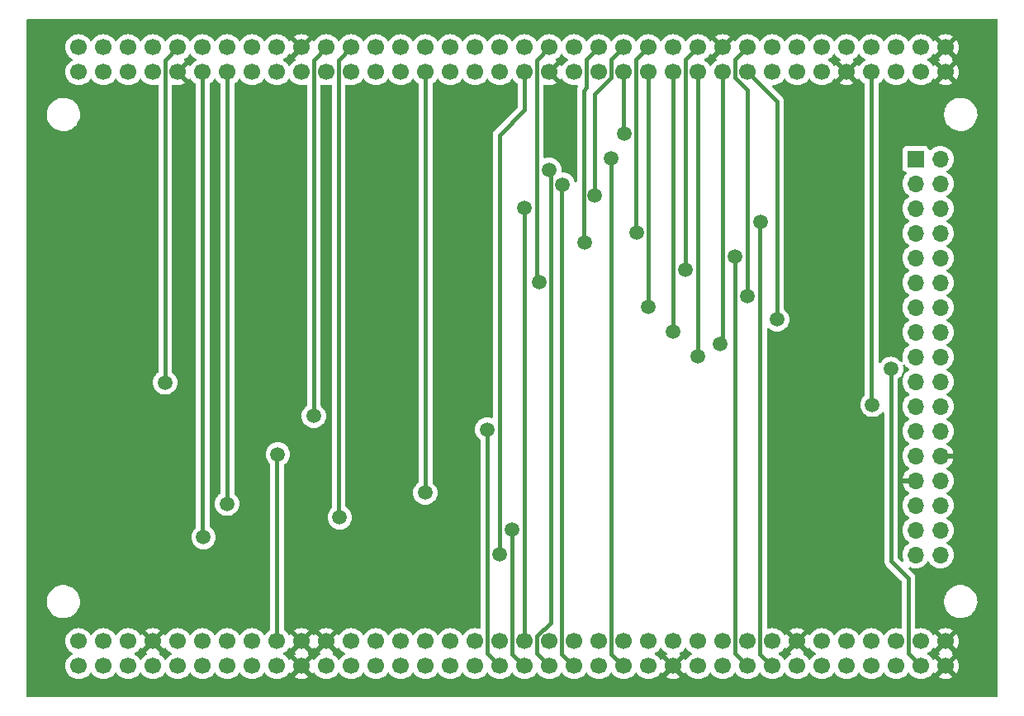
<source format=gbr>
G04 #@! TF.GenerationSoftware,KiCad,Pcbnew,7.0.1*
G04 #@! TF.CreationDate,2023-04-10T20:51:59+02:00*
G04 #@! TF.ProjectId,nucleo144 and 3.2 lcd parallel module,6e75636c-656f-4313-9434-20616e642033,rev?*
G04 #@! TF.SameCoordinates,PX68e7780PY7bfa480*
G04 #@! TF.FileFunction,Copper,L1,Top*
G04 #@! TF.FilePolarity,Positive*
%FSLAX46Y46*%
G04 Gerber Fmt 4.6, Leading zero omitted, Abs format (unit mm)*
G04 Created by KiCad (PCBNEW 7.0.1) date 2023-04-10 20:51:59*
%MOMM*%
%LPD*%
G01*
G04 APERTURE LIST*
G04 #@! TA.AperFunction,ComponentPad*
%ADD10R,1.700000X1.700000*%
G04 #@! TD*
G04 #@! TA.AperFunction,ComponentPad*
%ADD11O,1.700000X1.700000*%
G04 #@! TD*
G04 #@! TA.AperFunction,ComponentPad*
%ADD12C,1.700000*%
G04 #@! TD*
G04 #@! TA.AperFunction,ViaPad*
%ADD13C,1.500000*%
G04 #@! TD*
G04 #@! TA.AperFunction,Conductor*
%ADD14C,0.400000*%
G04 #@! TD*
G04 APERTURE END LIST*
D10*
G04 #@! TO.P,TFT1,1,CS*
G04 #@! TO.N,LCD_CS*
X91374000Y55419000D03*
D11*
G04 #@! TO.P,TFT1,2,RS*
G04 #@! TO.N,LCD_RS*
X93914000Y55419000D03*
G04 #@! TO.P,TFT1,3,WR*
G04 #@! TO.N,LCD_WR*
X91374000Y52879000D03*
G04 #@! TO.P,TFT1,4,RD*
G04 #@! TO.N,LCD_RD*
X93914000Y52879000D03*
G04 #@! TO.P,TFT1,5,RST*
G04 #@! TO.N,LCD_RST*
X91374000Y50339000D03*
G04 #@! TO.P,TFT1,6,DB0*
G04 #@! TO.N,D0*
X93914000Y50339000D03*
G04 #@! TO.P,TFT1,7,DB1*
G04 #@! TO.N,D1*
X91374000Y47799000D03*
G04 #@! TO.P,TFT1,8,DB2*
G04 #@! TO.N,D2*
X93914000Y47799000D03*
G04 #@! TO.P,TFT1,9,DB3*
G04 #@! TO.N,D3*
X91374000Y45259000D03*
G04 #@! TO.P,TFT1,10,DB4*
G04 #@! TO.N,D4*
X93914000Y45259000D03*
G04 #@! TO.P,TFT1,11,DB5*
G04 #@! TO.N,D5*
X91374000Y42719000D03*
G04 #@! TO.P,TFT1,12,DB6*
G04 #@! TO.N,D6*
X93914000Y42719000D03*
G04 #@! TO.P,TFT1,13,DB7*
G04 #@! TO.N,D7*
X91374000Y40179000D03*
G04 #@! TO.P,TFT1,14,DB8*
G04 #@! TO.N,D8*
X93914000Y40179000D03*
G04 #@! TO.P,TFT1,15,DB9*
G04 #@! TO.N,D9*
X91374000Y37639000D03*
G04 #@! TO.P,TFT1,16,DB10*
G04 #@! TO.N,D10*
X93914000Y37639000D03*
G04 #@! TO.P,TFT1,17,DB11*
G04 #@! TO.N,D11*
X91374000Y35099000D03*
G04 #@! TO.P,TFT1,18,DB12*
G04 #@! TO.N,D12*
X93914000Y35099000D03*
G04 #@! TO.P,TFT1,19,DB13*
G04 #@! TO.N,D13*
X91374000Y32559000D03*
G04 #@! TO.P,TFT1,20,DB14*
G04 #@! TO.N,D14*
X93914000Y32559000D03*
G04 #@! TO.P,TFT1,21,DB15*
G04 #@! TO.N,D15*
X91374000Y30019000D03*
G04 #@! TO.P,TFT1,22,SDCS*
G04 #@! TO.N,SD_CS*
X93914000Y30019000D03*
G04 #@! TO.P,TFT1,23,BL*
G04 #@! TO.N,LCD_BL*
X91374000Y27479000D03*
G04 #@! TO.P,TFT1,24,5V*
G04 #@! TO.N,5V*
X93914000Y27479000D03*
G04 #@! TO.P,TFT1,25,5V*
X91374000Y24939000D03*
G04 #@! TO.P,TFT1,26,GND*
G04 #@! TO.N,GND*
X93914000Y24939000D03*
G04 #@! TO.P,TFT1,27,GND*
X91374000Y22399000D03*
G04 #@! TO.P,TFT1,28,NC*
G04 #@! TO.N,unconnected-(TFT1-NC-Pad28)*
X93914000Y22399000D03*
G04 #@! TO.P,TFT1,29,MISO*
G04 #@! TO.N,SPI_MISO*
X91374000Y19859000D03*
G04 #@! TO.P,TFT1,30,MOSI*
G04 #@! TO.N,SPI_MOSI*
X93914000Y19859000D03*
G04 #@! TO.P,TFT1,31,PEN*
G04 #@! TO.N,PEN*
X91374000Y17319000D03*
G04 #@! TO.P,TFT1,32,F_CS*
G04 #@! TO.N,F_CS*
X93914000Y17319000D03*
G04 #@! TO.P,TFT1,33,T_CS*
G04 #@! TO.N,T_CS*
X91374000Y14779000D03*
G04 #@! TO.P,TFT1,34,CLK*
G04 #@! TO.N,SPI_CLK*
X93914000Y14779000D03*
G04 #@! TD*
D12*
G04 #@! TO.P,U1,1,PC10*
G04 #@! TO.N,unconnected-(U1-PC10-Pad1)*
X5564000Y3377000D03*
G04 #@! TO.P,U1,2,PC11*
G04 #@! TO.N,unconnected-(U1-PC11-Pad2)*
X5564000Y5917000D03*
G04 #@! TO.P,U1,3,PC12*
G04 #@! TO.N,unconnected-(U1-PC12-Pad3)*
X8104000Y3377000D03*
G04 #@! TO.P,U1,4,PD2*
G04 #@! TO.N,unconnected-(U1-PD2-Pad4)*
X8104000Y5917000D03*
G04 #@! TO.P,U1,5,VDD*
G04 #@! TO.N,unconnected-(U1-VDD-Pad5)*
X10644000Y3377000D03*
G04 #@! TO.P,U1,6,E5V*
G04 #@! TO.N,unconnected-(U1-E5V-Pad6)*
X10644000Y5917000D03*
G04 #@! TO.P,U1,7,~{BOOT0}*
G04 #@! TO.N,unconnected-(U1-~{BOOT0}-Pad7)*
X13184000Y3377000D03*
G04 #@! TO.P,U1,8,GND*
G04 #@! TO.N,GND*
X13184000Y5917000D03*
G04 #@! TO.P,U1,9,PF6*
G04 #@! TO.N,unconnected-(U1-PF6-Pad9)*
X15724000Y3377000D03*
G04 #@! TO.P,U1,10,NC*
G04 #@! TO.N,unconnected-(U1-NC-Pad10)*
X15724000Y5917000D03*
G04 #@! TO.P,U1,11,PF7*
G04 #@! TO.N,unconnected-(U1-PF7-Pad11)*
X18264000Y3377000D03*
G04 #@! TO.P,U1,12,IOREF*
G04 #@! TO.N,unconnected-(U1-IOREF-Pad12)*
X18264000Y5917000D03*
G04 #@! TO.P,U1,13,TMS/PA13*
G04 #@! TO.N,unconnected-(U1-TMS{slash}PA13-Pad13)*
X20804000Y3377000D03*
G04 #@! TO.P,U1,14,~{RST}*
G04 #@! TO.N,unconnected-(U1-~{RST}-Pad14)*
X20804000Y5917000D03*
G04 #@! TO.P,U1,15,TCK/PA14*
G04 #@! TO.N,unconnected-(U1-TCK{slash}PA14-Pad15)*
X23344000Y3377000D03*
G04 #@! TO.P,U1,16,+3V3*
G04 #@! TO.N,unconnected-(U1-+3V3-Pad16)*
X23344000Y5917000D03*
G04 #@! TO.P,U1,17,PA15*
G04 #@! TO.N,unconnected-(U1-PA15-Pad17)*
X25884000Y3377000D03*
G04 #@! TO.P,U1,18,+5V*
G04 #@! TO.N,5V*
X25884000Y5917000D03*
G04 #@! TO.P,U1,19,GND*
G04 #@! TO.N,GND*
X28424000Y3377000D03*
G04 #@! TO.P,U1,20,GND*
X28424000Y5917000D03*
G04 #@! TO.P,U1,21,LD2/PB7*
G04 #@! TO.N,unconnected-(U1-LD2{slash}PB7-Pad21)*
X30964000Y3377000D03*
G04 #@! TO.P,U1,22,GND*
G04 #@! TO.N,GND*
X30964000Y5917000D03*
G04 #@! TO.P,U1,23,BT/PC13*
G04 #@! TO.N,unconnected-(U1-BT{slash}PC13-Pad23)*
X33504000Y3377000D03*
G04 #@! TO.P,U1,24,VIN*
G04 #@! TO.N,unconnected-(U1-VIN-Pad24)*
X33504000Y5917000D03*
G04 #@! TO.P,U1,25,RTC_CRYSTAL/PC14*
G04 #@! TO.N,unconnected-(U1-RTC_CRYSTAL{slash}PC14-Pad25)*
X36044000Y3377000D03*
G04 #@! TO.P,U1,26,NC*
G04 #@! TO.N,unconnected-(U1-NC-Pad26)*
X36044000Y5917000D03*
G04 #@! TO.P,U1,27,RTC_CRYSTAL/PC15*
G04 #@! TO.N,unconnected-(U1-RTC_CRYSTAL{slash}PC15-Pad27)*
X38584000Y3377000D03*
G04 #@! TO.P,U1,28,ETH_REF_CLK/PA0*
G04 #@! TO.N,unconnected-(U1-ETH_REF_CLK{slash}PA0-Pad28)*
X38584000Y5917000D03*
G04 #@! TO.P,U1,29,PH0*
G04 #@! TO.N,unconnected-(U1-PH0-Pad29)*
X41124000Y3377000D03*
G04 #@! TO.P,U1,30,ETH_MDIO/PA1*
G04 #@! TO.N,unconnected-(U1-ETH_MDIO{slash}PA1-Pad30)*
X41124000Y5917000D03*
G04 #@! TO.P,U1,31,PH1*
G04 #@! TO.N,unconnected-(U1-PH1-Pad31)*
X43664000Y3377000D03*
G04 #@! TO.P,U1,32,PA4*
G04 #@! TO.N,unconnected-(U1-PA4-Pad32)*
X43664000Y5917000D03*
G04 #@! TO.P,U1,33,VBAT*
G04 #@! TO.N,unconnected-(U1-VBAT-Pad33)*
X46204000Y3377000D03*
G04 #@! TO.P,U1,34,PB0*
G04 #@! TO.N,unconnected-(U1-PB0-Pad34)*
X46204000Y5917000D03*
G04 #@! TO.P,U1,35,PC2*
G04 #@! TO.N,LCD_BL*
X48744000Y3377000D03*
G04 #@! TO.P,U1,36,ETH_MDC/PC1*
G04 #@! TO.N,unconnected-(U1-ETH_MDC{slash}PC1-Pad36)*
X48744000Y5917000D03*
G04 #@! TO.P,U1,37,PC3*
G04 #@! TO.N,PEN*
X51284000Y3377000D03*
G04 #@! TO.P,U1,38,PC0*
G04 #@! TO.N,LCD_RST*
X51284000Y5917000D03*
G04 #@! TO.P,U1,39,PD4*
G04 #@! TO.N,LCD_RD*
X53824000Y3377000D03*
G04 #@! TO.P,U1,40,PD3*
G04 #@! TO.N,unconnected-(U1-PD3-Pad40)*
X53824000Y5917000D03*
G04 #@! TO.P,U1,41,PD5*
G04 #@! TO.N,LCD_WR*
X56364000Y3377000D03*
G04 #@! TO.P,U1,42,PG2*
G04 #@! TO.N,unconnected-(U1-PG2-Pad42)*
X56364000Y5917000D03*
G04 #@! TO.P,U1,43,PD6*
G04 #@! TO.N,unconnected-(U1-PD6-Pad43)*
X58904000Y3377000D03*
G04 #@! TO.P,U1,44,PG3*
G04 #@! TO.N,unconnected-(U1-PG3-Pad44)*
X58904000Y5917000D03*
G04 #@! TO.P,U1,45,PD7*
G04 #@! TO.N,LCD_CS*
X61444000Y3377000D03*
G04 #@! TO.P,U1,46,PE2*
G04 #@! TO.N,unconnected-(U1-PE2-Pad46)*
X61444000Y5917000D03*
G04 #@! TO.P,U1,47,PE3*
G04 #@! TO.N,unconnected-(U1-PE3-Pad47)*
X63984000Y3377000D03*
G04 #@! TO.P,U1,48,PE4*
G04 #@! TO.N,unconnected-(U1-PE4-Pad48)*
X63984000Y5917000D03*
G04 #@! TO.P,U1,49,GND*
G04 #@! TO.N,GND*
X66524000Y3377000D03*
G04 #@! TO.P,U1,50,PE5*
G04 #@! TO.N,unconnected-(U1-PE5-Pad50)*
X66524000Y5917000D03*
G04 #@! TO.P,U1,51,PF1*
G04 #@! TO.N,unconnected-(U1-PF1-Pad51)*
X69064000Y3377000D03*
G04 #@! TO.P,U1,52,PF2*
G04 #@! TO.N,unconnected-(U1-PF2-Pad52)*
X69064000Y5917000D03*
G04 #@! TO.P,U1,53,PF0*
G04 #@! TO.N,unconnected-(U1-PF0-Pad53)*
X71604000Y3377000D03*
G04 #@! TO.P,U1,54,PF8*
G04 #@! TO.N,unconnected-(U1-PF8-Pad54)*
X71604000Y5917000D03*
G04 #@! TO.P,U1,55,PD1*
G04 #@! TO.N,D3*
X74144000Y3377000D03*
G04 #@! TO.P,U1,56,PF9*
G04 #@! TO.N,unconnected-(U1-PF9-Pad56)*
X74144000Y5917000D03*
G04 #@! TO.P,U1,57,PD0*
G04 #@! TO.N,D2*
X76684000Y3377000D03*
G04 #@! TO.P,U1,58,PG1*
G04 #@! TO.N,unconnected-(U1-PG1-Pad58)*
X76684000Y5917000D03*
G04 #@! TO.P,U1,59,PG0*
G04 #@! TO.N,unconnected-(U1-PG0-Pad59)*
X79224000Y3377000D03*
G04 #@! TO.P,U1,60,GND*
G04 #@! TO.N,GND*
X79224000Y5917000D03*
G04 #@! TO.P,U1,61,PE1*
G04 #@! TO.N,unconnected-(U1-PE1-Pad61)*
X81764000Y3377000D03*
G04 #@! TO.P,U1,62,PE6*
G04 #@! TO.N,unconnected-(U1-PE6-Pad62)*
X81764000Y5917000D03*
G04 #@! TO.P,U1,63,PG9*
G04 #@! TO.N,unconnected-(U1-PG9-Pad63)*
X84304000Y3377000D03*
G04 #@! TO.P,U1,64,PG15*
G04 #@! TO.N,unconnected-(U1-PG15-Pad64)*
X84304000Y5917000D03*
G04 #@! TO.P,U1,65,PG12*
G04 #@! TO.N,unconnected-(U1-PG12-Pad65)*
X86844000Y3377000D03*
G04 #@! TO.P,U1,66,PG10*
G04 #@! TO.N,unconnected-(U1-PG10-Pad66)*
X86844000Y5917000D03*
G04 #@! TO.P,U1,67,NC*
G04 #@! TO.N,unconnected-(U1-NC-Pad67)*
X89384000Y3377000D03*
G04 #@! TO.P,U1,68,PG13/ETH_TXD0*
G04 #@! TO.N,unconnected-(U1-PG13{slash}ETH_TXD0-Pad68)*
X89384000Y5917000D03*
G04 #@! TO.P,U1,69,STLINK_RX/PD9*
G04 #@! TO.N,D14*
X91924000Y3377000D03*
G04 #@! TO.P,U1,70,PG11/ETH_TX_EN*
G04 #@! TO.N,unconnected-(U1-PG11{slash}ETH_TX_EN-Pad70)*
X91924000Y5917000D03*
G04 #@! TO.P,U1,71,GND*
G04 #@! TO.N,GND*
X94464000Y3377000D03*
G04 #@! TO.P,U1,72,GND*
X94464000Y5917000D03*
G04 #@! TO.P,U1,73,PC9*
G04 #@! TO.N,unconnected-(U1-PC9-Pad73)*
X5564000Y64337000D03*
G04 #@! TO.P,U1,74,PC8*
G04 #@! TO.N,unconnected-(U1-PC8-Pad74)*
X5564000Y66877000D03*
G04 #@! TO.P,U1,75,PB8*
G04 #@! TO.N,unconnected-(U1-PB8-Pad75)*
X8104000Y64337000D03*
G04 #@! TO.P,U1,76,PC6*
G04 #@! TO.N,unconnected-(U1-PC6-Pad76)*
X8104000Y66877000D03*
G04 #@! TO.P,U1,77,PB9*
G04 #@! TO.N,unconnected-(U1-PB9-Pad77)*
X10644000Y64337000D03*
G04 #@! TO.P,U1,78,ETH_RXD1/PC5*
G04 #@! TO.N,unconnected-(U1-ETH_RXD1{slash}PC5-Pad78)*
X10644000Y66877000D03*
G04 #@! TO.P,U1,79,AVDD*
G04 #@! TO.N,unconnected-(U1-AVDD-Pad79)*
X13184000Y64337000D03*
G04 #@! TO.P,U1,80,U5V*
G04 #@! TO.N,unconnected-(U1-U5V-Pad80)*
X13184000Y66877000D03*
G04 #@! TO.P,U1,81,GND*
G04 #@! TO.N,GND*
X15724000Y64337000D03*
G04 #@! TO.P,U1,82,STLINK_TX/PD8*
G04 #@! TO.N,D13*
X15724000Y66877000D03*
G04 #@! TO.P,U1,83,PA5*
G04 #@! TO.N,SPI_CLK*
X18264000Y64337000D03*
G04 #@! TO.P,U1,84,USB_DP/PA12*
G04 #@! TO.N,unconnected-(U1-USB_DP{slash}PA12-Pad84)*
X18264000Y66877000D03*
G04 #@! TO.P,U1,85,PA6*
G04 #@! TO.N,SPI_MISO*
X20804000Y64337000D03*
G04 #@! TO.P,U1,86,USB_DM/PA11*
G04 #@! TO.N,unconnected-(U1-USB_DM{slash}PA11-Pad86)*
X20804000Y66877000D03*
G04 #@! TO.P,U1,87,ETH_CRS_DV/PA7*
G04 #@! TO.N,unconnected-(U1-ETH_CRS_DV{slash}PA7-Pad87)*
X23344000Y64337000D03*
G04 #@! TO.P,U1,88,PB12*
G04 #@! TO.N,unconnected-(U1-PB12-Pad88)*
X23344000Y66877000D03*
G04 #@! TO.P,U1,89,PB6*
G04 #@! TO.N,unconnected-(U1-PB6-Pad89)*
X25884000Y64337000D03*
G04 #@! TO.P,U1,90,PB11*
G04 #@! TO.N,unconnected-(U1-PB11-Pad90)*
X25884000Y66877000D03*
G04 #@! TO.P,U1,91,PC7*
G04 #@! TO.N,unconnected-(U1-PC7-Pad91)*
X28424000Y64337000D03*
G04 #@! TO.P,U1,92,GND*
G04 #@! TO.N,GND*
X28424000Y66877000D03*
G04 #@! TO.P,U1,93,USB_VBUS/PA9*
G04 #@! TO.N,unconnected-(U1-USB_VBUS{slash}PA9-Pad93)*
X30964000Y64337000D03*
G04 #@! TO.P,U1,94,PB2*
G04 #@! TO.N,SD_CS*
X30964000Y66877000D03*
G04 #@! TO.P,U1,95,USB_SOF/PA8*
G04 #@! TO.N,unconnected-(U1-USB_SOF{slash}PA8-Pad95)*
X33504000Y64337000D03*
G04 #@! TO.P,U1,96,PB1*
G04 #@! TO.N,F_CS*
X33504000Y66877000D03*
G04 #@! TO.P,U1,97,PB10*
G04 #@! TO.N,unconnected-(U1-PB10-Pad97)*
X36044000Y64337000D03*
G04 #@! TO.P,U1,98,PB15*
G04 #@! TO.N,unconnected-(U1-PB15-Pad98)*
X36044000Y66877000D03*
G04 #@! TO.P,U1,99,PB4*
G04 #@! TO.N,unconnected-(U1-PB4-Pad99)*
X38584000Y64337000D03*
G04 #@! TO.P,U1,100,LD3/PB14*
G04 #@! TO.N,unconnected-(U1-LD3{slash}PB14-Pad100)*
X38584000Y66877000D03*
G04 #@! TO.P,U1,101,PB5*
G04 #@! TO.N,SPI_MOSI*
X41124000Y64337000D03*
G04 #@! TO.P,U1,102,ETH_TXD1/PB13*
G04 #@! TO.N,unconnected-(U1-ETH_TXD1{slash}PB13-Pad102)*
X41124000Y66877000D03*
G04 #@! TO.P,U1,103,SWO/PB3*
G04 #@! TO.N,unconnected-(U1-SWO{slash}PB3-Pad103)*
X43664000Y64337000D03*
G04 #@! TO.P,U1,104,AGND*
G04 #@! TO.N,unconnected-(U1-AGND-Pad104)*
X43664000Y66877000D03*
G04 #@! TO.P,U1,105,USB_ID/PA10*
G04 #@! TO.N,unconnected-(U1-USB_ID{slash}PA10-Pad105)*
X46204000Y64337000D03*
G04 #@! TO.P,U1,106,ETH_RXD0/PC4*
G04 #@! TO.N,unconnected-(U1-ETH_RXD0{slash}PC4-Pad106)*
X46204000Y66877000D03*
G04 #@! TO.P,U1,107,PA2*
G04 #@! TO.N,unconnected-(U1-PA2-Pad107)*
X48744000Y64337000D03*
G04 #@! TO.P,U1,108,PF5*
G04 #@! TO.N,unconnected-(U1-PF5-Pad108)*
X48744000Y66877000D03*
G04 #@! TO.P,U1,109,PA3*
G04 #@! TO.N,T_CS*
X51284000Y64337000D03*
G04 #@! TO.P,U1,110,PF4*
G04 #@! TO.N,unconnected-(U1-PF4-Pad110)*
X51284000Y66877000D03*
G04 #@! TO.P,U1,111,GND*
G04 #@! TO.N,GND*
X53824000Y64337000D03*
G04 #@! TO.P,U1,112,PE8*
G04 #@! TO.N,D5*
X53824000Y66877000D03*
G04 #@! TO.P,U1,113,PD13*
G04 #@! TO.N,unconnected-(U1-PD13-Pad113)*
X56364000Y64337000D03*
G04 #@! TO.P,U1,114,PF10*
G04 #@! TO.N,unconnected-(U1-PF10-Pad114)*
X56364000Y66877000D03*
G04 #@! TO.P,U1,115,PD12*
G04 #@! TO.N,unconnected-(U1-PD12-Pad115)*
X58904000Y64337000D03*
G04 #@! TO.P,U1,116,PE7*
G04 #@! TO.N,D4*
X58904000Y66877000D03*
G04 #@! TO.P,U1,117,PD11*
G04 #@! TO.N,LCD_RS*
X61444000Y64337000D03*
G04 #@! TO.P,U1,118,PD14*
G04 #@! TO.N,D0*
X61444000Y66877000D03*
G04 #@! TO.P,U1,119,PE10*
G04 #@! TO.N,D7*
X63984000Y64337000D03*
G04 #@! TO.P,U1,120,PD15*
G04 #@! TO.N,D1*
X63984000Y66877000D03*
G04 #@! TO.P,U1,121,PE12*
G04 #@! TO.N,D9*
X66524000Y64337000D03*
G04 #@! TO.P,U1,122,PF14*
G04 #@! TO.N,unconnected-(U1-PF14-Pad122)*
X66524000Y66877000D03*
G04 #@! TO.P,U1,123,PE14*
G04 #@! TO.N,D11*
X69064000Y64337000D03*
G04 #@! TO.P,U1,124,PE9*
G04 #@! TO.N,D6*
X69064000Y66877000D03*
G04 #@! TO.P,U1,125,PE15*
G04 #@! TO.N,D12*
X71604000Y64337000D03*
G04 #@! TO.P,U1,126,GND*
G04 #@! TO.N,GND*
X71604000Y66877000D03*
G04 #@! TO.P,U1,127,PE13*
G04 #@! TO.N,D10*
X74144000Y64337000D03*
G04 #@! TO.P,U1,128,PE11*
G04 #@! TO.N,D8*
X74144000Y66877000D03*
G04 #@! TO.P,U1,129,PF13*
G04 #@! TO.N,unconnected-(U1-PF13-Pad129)*
X76684000Y64337000D03*
G04 #@! TO.P,U1,130,PF3*
G04 #@! TO.N,unconnected-(U1-PF3-Pad130)*
X76684000Y66877000D03*
G04 #@! TO.P,U1,131,PF12*
G04 #@! TO.N,unconnected-(U1-PF12-Pad131)*
X79224000Y64337000D03*
G04 #@! TO.P,U1,132,PF15*
G04 #@! TO.N,unconnected-(U1-PF15-Pad132)*
X79224000Y66877000D03*
G04 #@! TO.P,U1,133,PG14*
G04 #@! TO.N,unconnected-(U1-PG14-Pad133)*
X81764000Y64337000D03*
G04 #@! TO.P,U1,134,PF11*
G04 #@! TO.N,unconnected-(U1-PF11-Pad134)*
X81764000Y66877000D03*
G04 #@! TO.P,U1,135,GND*
G04 #@! TO.N,GND*
X84304000Y64337000D03*
G04 #@! TO.P,U1,136,PE0*
G04 #@! TO.N,unconnected-(U1-PE0-Pad136)*
X84304000Y66877000D03*
G04 #@! TO.P,U1,137,PD10*
G04 #@! TO.N,D15*
X86844000Y64337000D03*
G04 #@! TO.P,U1,138,PG8*
G04 #@! TO.N,unconnected-(U1-PG8-Pad138)*
X86844000Y66877000D03*
G04 #@! TO.P,U1,139,PG7/USB_GPIO_IN*
G04 #@! TO.N,unconnected-(U1-PG7{slash}USB_GPIO_IN-Pad139)*
X89384000Y64337000D03*
G04 #@! TO.P,U1,140,PG5*
G04 #@! TO.N,unconnected-(U1-PG5-Pad140)*
X89384000Y66877000D03*
G04 #@! TO.P,U1,141,PG4*
G04 #@! TO.N,unconnected-(U1-PG4-Pad141)*
X91924000Y64337000D03*
G04 #@! TO.P,U1,142,PG6/USB_GPIO_OUT*
G04 #@! TO.N,unconnected-(U1-PG6{slash}USB_GPIO_OUT-Pad142)*
X91924000Y66877000D03*
G04 #@! TO.P,U1,143,GND*
G04 #@! TO.N,GND*
X94464000Y64337000D03*
G04 #@! TO.P,U1,144,GND*
X94464000Y66877000D03*
G04 #@! TD*
D13*
G04 #@! TO.N,5V*
X25985000Y25122000D03*
G04 #@! TO.N,LCD_RD*
X53798000Y54332000D03*
G04 #@! TO.N,LCD_WR*
X55195000Y52808000D03*
G04 #@! TO.N,LCD_CS*
X60148000Y55475000D03*
G04 #@! TO.N,LCD_RST*
X51258000Y50395000D03*
G04 #@! TO.N,LCD_RS*
X61545000Y58015000D03*
G04 #@! TO.N,LCD_BL*
X47448000Y27662000D03*
G04 #@! TO.N,SPI_MISO*
X20778000Y20042000D03*
G04 #@! TO.N,SPI_MOSI*
X41098000Y21185000D03*
G04 #@! TO.N,PEN*
X49988000Y17375000D03*
G04 #@! TO.N,F_CS*
X32335000Y18645000D03*
G04 #@! TO.N,T_CS*
X48718000Y14835000D03*
G04 #@! TO.N,SPI_CLK*
X18365000Y16613000D03*
G04 #@! TO.N,SD_CS*
X29668000Y29059000D03*
G04 #@! TO.N,D0*
X58497000Y51665000D03*
G04 #@! TO.N,D1*
X62815000Y47855000D03*
G04 #@! TO.N,D2*
X75515000Y48948500D03*
G04 #@! TO.N,D3*
X72848000Y45442000D03*
G04 #@! TO.N,D4*
X57481000Y46839000D03*
G04 #@! TO.N,D5*
X52782000Y42775000D03*
G04 #@! TO.N,D6*
X67768000Y44045000D03*
G04 #@! TO.N,D7*
X63958000Y40235000D03*
G04 #@! TO.N,D8*
X74118000Y41378000D03*
G04 #@! TO.N,D9*
X66498000Y37695000D03*
G04 #@! TO.N,D10*
X77166000Y38965000D03*
G04 #@! TO.N,D11*
X69038000Y35155000D03*
G04 #@! TO.N,D12*
X71324000Y36425000D03*
G04 #@! TO.N,D13*
X14428000Y32488000D03*
G04 #@! TO.N,D14*
X88850000Y33885000D03*
G04 #@! TO.N,D15*
X86945000Y30202000D03*
G04 #@! TD*
D14*
G04 #@! TO.N,5V*
X25884000Y25021000D02*
X25884000Y5917000D01*
X25985000Y25122000D02*
X25884000Y25021000D01*
G04 #@! TO.N,LCD_RD*
X53798000Y54332000D02*
X53932000Y54198000D01*
X52534000Y4667000D02*
X53824000Y3377000D01*
X52534000Y6434767D02*
X52534000Y4667000D01*
X53932000Y7832767D02*
X52534000Y6434767D01*
X53932000Y54198000D02*
X53932000Y7832767D01*
G04 #@! TO.N,LCD_WR*
X55114000Y4627000D02*
X56364000Y3377000D01*
X55195000Y52808000D02*
X55114000Y52727000D01*
X55114000Y52727000D02*
X55114000Y4627000D01*
G04 #@! TO.N,LCD_CS*
X60194000Y4627000D02*
X61444000Y3377000D01*
X60148000Y55475000D02*
X60194000Y55429000D01*
X60194000Y55429000D02*
X60194000Y4627000D01*
G04 #@! TO.N,LCD_RST*
X51258000Y50395000D02*
X51284000Y50369000D01*
X51284000Y50369000D02*
X51284000Y5917000D01*
G04 #@! TO.N,LCD_RS*
X61444000Y58116000D02*
X61444000Y64337000D01*
X61545000Y58015000D02*
X61444000Y58116000D01*
G04 #@! TO.N,LCD_BL*
X47454000Y4667000D02*
X48744000Y3377000D01*
X47448000Y27662000D02*
X47454000Y27656000D01*
X47454000Y27656000D02*
X47454000Y4667000D01*
G04 #@! TO.N,SPI_MISO*
X20804000Y20068000D02*
X20804000Y64337000D01*
X20778000Y20042000D02*
X20804000Y20068000D01*
G04 #@! TO.N,SPI_MOSI*
X41124000Y21211000D02*
X41124000Y64337000D01*
X41098000Y21185000D02*
X41124000Y21211000D01*
G04 #@! TO.N,PEN*
X50034000Y17329000D02*
X50034000Y4627000D01*
X50034000Y4627000D02*
X51284000Y3377000D01*
X49988000Y17375000D02*
X50034000Y17329000D01*
G04 #@! TO.N,F_CS*
X32214000Y18766000D02*
X32214000Y65587000D01*
X32335000Y18645000D02*
X32214000Y18766000D01*
X32214000Y65587000D02*
X33504000Y66877000D01*
G04 #@! TO.N,T_CS*
X48718000Y57888000D02*
X51284000Y60454000D01*
X48718000Y14835000D02*
X48718000Y57888000D01*
X51284000Y60454000D02*
X51284000Y64337000D01*
G04 #@! TO.N,SPI_CLK*
X18365000Y16613000D02*
X18264000Y16714000D01*
X18264000Y16714000D02*
X18264000Y64337000D01*
G04 #@! TO.N,SD_CS*
X29674000Y65587000D02*
X30964000Y66877000D01*
X29674000Y29065000D02*
X29674000Y65587000D01*
X29668000Y29059000D02*
X29674000Y29065000D01*
G04 #@! TO.N,D0*
X60194000Y65627000D02*
X61444000Y66877000D01*
X60194000Y63819233D02*
X60194000Y65627000D01*
X58497000Y51665000D02*
X58497000Y62122233D01*
X58497000Y62122233D02*
X60194000Y63819233D01*
G04 #@! TO.N,D1*
X62734000Y65627000D02*
X63984000Y66877000D01*
X62815000Y47855000D02*
X62734000Y47936000D01*
X62734000Y47936000D02*
X62734000Y65627000D01*
G04 #@! TO.N,D2*
X75434000Y4627000D02*
X76684000Y3377000D01*
X75434000Y48867500D02*
X75434000Y4627000D01*
X75515000Y48948500D02*
X75434000Y48867500D01*
G04 #@! TO.N,D3*
X72854000Y4667000D02*
X74144000Y3377000D01*
X72848000Y45442000D02*
X72854000Y45436000D01*
X72854000Y45436000D02*
X72854000Y4667000D01*
G04 #@! TO.N,D4*
X57654000Y65627000D02*
X58904000Y66877000D01*
X57347000Y46973000D02*
X57347000Y62453000D01*
X57654000Y62760000D02*
X57654000Y65627000D01*
X57347000Y62453000D02*
X57654000Y62760000D01*
X57481000Y46839000D02*
X57347000Y46973000D01*
G04 #@! TO.N,D5*
X52534000Y43023000D02*
X52534000Y65587000D01*
X52534000Y65587000D02*
X53824000Y66877000D01*
X52782000Y42775000D02*
X52534000Y43023000D01*
G04 #@! TO.N,D6*
X67814000Y44091000D02*
X67814000Y65627000D01*
X67768000Y44045000D02*
X67814000Y44091000D01*
X67814000Y65627000D02*
X69064000Y66877000D01*
G04 #@! TO.N,D7*
X63984000Y40261000D02*
X63984000Y64337000D01*
X63958000Y40235000D02*
X63984000Y40261000D01*
G04 #@! TO.N,D8*
X74118000Y41378000D02*
X74118000Y62543233D01*
X74118000Y62543233D02*
X72894000Y63767233D01*
X72894000Y63767233D02*
X72894000Y65627000D01*
X72894000Y65627000D02*
X74144000Y66877000D01*
G04 #@! TO.N,D9*
X66498000Y37695000D02*
X66524000Y37721000D01*
X66524000Y37721000D02*
X66524000Y64337000D01*
G04 #@! TO.N,D10*
X77166000Y61315000D02*
X74144000Y64337000D01*
X77166000Y38965000D02*
X77166000Y61315000D01*
G04 #@! TO.N,D11*
X69064000Y35181000D02*
X69064000Y64337000D01*
X69038000Y35155000D02*
X69064000Y35181000D01*
G04 #@! TO.N,D12*
X71324000Y36425000D02*
X71604000Y36705000D01*
X71604000Y36705000D02*
X71604000Y64337000D01*
G04 #@! TO.N,D13*
X14428000Y32488000D02*
X14434000Y32494000D01*
X14434000Y32494000D02*
X14434000Y65587000D01*
X14434000Y65587000D02*
X15724000Y66877000D01*
G04 #@! TO.N,D14*
X88850000Y14200000D02*
X90634000Y12416000D01*
X88850000Y33885000D02*
X88850000Y14200000D01*
X90634000Y12416000D02*
X90634000Y4667000D01*
X90634000Y4667000D02*
X91924000Y3377000D01*
G04 #@! TO.N,D15*
X86945000Y30202000D02*
X86844000Y30303000D01*
X86844000Y30303000D02*
X86844000Y64337000D01*
G04 #@! TD*
G04 #@! TA.AperFunction,Conductor*
G04 #@! TO.N,GND*
G36*
X85631257Y66230025D02*
G01*
X85675573Y66191161D01*
X85805505Y66005599D01*
X85972599Y65838505D01*
X86158160Y65708574D01*
X86197024Y65664257D01*
X86211035Y65607000D01*
X86197024Y65549743D01*
X86158159Y65505425D01*
X85972595Y65375492D01*
X85805508Y65208405D01*
X85805505Y65208402D01*
X85805505Y65208401D01*
X85675271Y65022406D01*
X85675270Y65022405D01*
X85630952Y64983540D01*
X85573695Y64969529D01*
X85516438Y64983540D01*
X85472120Y65022405D01*
X85418925Y65098374D01*
X85418925Y65098375D01*
X84657553Y64337000D01*
X85418925Y63575627D01*
X85472119Y63651595D01*
X85516437Y63690461D01*
X85573694Y63704472D01*
X85630951Y63690461D01*
X85675267Y63651598D01*
X85805505Y63465599D01*
X85805508Y63465596D01*
X85972598Y63298506D01*
X86090623Y63215864D01*
X86129489Y63171546D01*
X86143500Y63114289D01*
X86143500Y31220337D01*
X86134061Y31172884D01*
X86107181Y31132656D01*
X85983402Y31008878D01*
X85857898Y30829639D01*
X85765425Y30631332D01*
X85708792Y30419975D01*
X85689722Y30202001D01*
X85708792Y29984026D01*
X85708793Y29984023D01*
X85765425Y29772670D01*
X85857898Y29574361D01*
X85983402Y29395123D01*
X86138123Y29240402D01*
X86317361Y29114898D01*
X86515670Y29022425D01*
X86727023Y28965793D01*
X86945000Y28946723D01*
X87162977Y28965793D01*
X87374330Y29022425D01*
X87572639Y29114898D01*
X87751877Y29240402D01*
X87906598Y29395123D01*
X87923925Y29419870D01*
X87971142Y29460196D01*
X88031990Y29472576D01*
X88091210Y29453904D01*
X88133953Y29408862D01*
X88149500Y29348746D01*
X88149500Y14224921D01*
X88149274Y14217434D01*
X88145641Y14157393D01*
X88156483Y14098229D01*
X88157610Y14090828D01*
X88164860Y14031127D01*
X88168450Y14021661D01*
X88174475Y14000048D01*
X88176303Y13990071D01*
X88200991Y13935217D01*
X88203856Y13928299D01*
X88225180Y13872074D01*
X88225182Y13872070D01*
X88230941Y13863727D01*
X88241961Y13844187D01*
X88246120Y13834946D01*
X88283216Y13787595D01*
X88287654Y13781564D01*
X88315992Y13740509D01*
X88321817Y13732071D01*
X88366847Y13692178D01*
X88372283Y13687060D01*
X89897181Y12162162D01*
X89924061Y12121934D01*
X89933500Y12074481D01*
X89933500Y7329503D01*
X89920712Y7274659D01*
X89884986Y7231127D01*
X89833691Y7207886D01*
X89777407Y7209728D01*
X89619407Y7252064D01*
X89384000Y7272660D01*
X89148592Y7252064D01*
X88920336Y7190903D01*
X88706170Y7091035D01*
X88512598Y6955495D01*
X88345505Y6788402D01*
X88215575Y6602841D01*
X88171257Y6563975D01*
X88114000Y6549964D01*
X88056743Y6563975D01*
X88012425Y6602841D01*
X87882494Y6788402D01*
X87715404Y6955492D01*
X87715401Y6955495D01*
X87521830Y7091035D01*
X87307663Y7190903D01*
X87237406Y7209728D01*
X87079407Y7252064D01*
X86844000Y7272660D01*
X86608592Y7252064D01*
X86380336Y7190903D01*
X86166170Y7091035D01*
X85972598Y6955495D01*
X85805505Y6788402D01*
X85675575Y6602841D01*
X85631257Y6563975D01*
X85574000Y6549964D01*
X85516743Y6563975D01*
X85472425Y6602841D01*
X85342494Y6788402D01*
X85175404Y6955492D01*
X85175401Y6955495D01*
X84981830Y7091035D01*
X84767663Y7190903D01*
X84697406Y7209728D01*
X84539407Y7252064D01*
X84304000Y7272660D01*
X84068592Y7252064D01*
X83840336Y7190903D01*
X83626170Y7091035D01*
X83432598Y6955495D01*
X83265505Y6788402D01*
X83135575Y6602841D01*
X83091257Y6563975D01*
X83034000Y6549964D01*
X82976743Y6563975D01*
X82932425Y6602841D01*
X82802494Y6788402D01*
X82635404Y6955492D01*
X82635401Y6955495D01*
X82441830Y7091035D01*
X82227663Y7190903D01*
X82157406Y7209728D01*
X81999407Y7252064D01*
X81764000Y7272660D01*
X81528592Y7252064D01*
X81300336Y7190903D01*
X81086170Y7091035D01*
X80892598Y6955495D01*
X80725508Y6788405D01*
X80725505Y6788402D01*
X80725505Y6788401D01*
X80595271Y6602406D01*
X80595270Y6602405D01*
X80550952Y6563540D01*
X80493695Y6549529D01*
X80436438Y6563540D01*
X80392120Y6602405D01*
X80338925Y6678374D01*
X80338925Y6678375D01*
X79577553Y5917000D01*
X79577553Y5916999D01*
X80338925Y5155627D01*
X80392119Y5231595D01*
X80436437Y5270461D01*
X80493694Y5284472D01*
X80550951Y5270461D01*
X80595267Y5231598D01*
X80725505Y5045599D01*
X80892599Y4878505D01*
X81078160Y4748574D01*
X81117024Y4704257D01*
X81131035Y4647000D01*
X81117024Y4589743D01*
X81078159Y4545425D01*
X80892595Y4415492D01*
X80725505Y4248402D01*
X80595575Y4062841D01*
X80551257Y4023975D01*
X80494000Y4009964D01*
X80436743Y4023975D01*
X80392425Y4062841D01*
X80262494Y4248402D01*
X80095404Y4415492D01*
X80095401Y4415495D01*
X79909402Y4545733D01*
X79870539Y4590049D01*
X79856528Y4647306D01*
X79870539Y4704563D01*
X79909405Y4748881D01*
X79985373Y4802075D01*
X79224000Y5563447D01*
X78462625Y4802075D01*
X78538594Y4748881D01*
X78577460Y4704563D01*
X78591471Y4647306D01*
X78577461Y4590050D01*
X78538595Y4545731D01*
X78352595Y4415492D01*
X78185505Y4248402D01*
X78055575Y4062841D01*
X78011257Y4023975D01*
X77954000Y4009964D01*
X77896743Y4023975D01*
X77852425Y4062841D01*
X77722494Y4248402D01*
X77555404Y4415492D01*
X77555403Y4415493D01*
X77555401Y4415495D01*
X77369839Y4545427D01*
X77330974Y4589745D01*
X77316964Y4647001D01*
X77330975Y4704258D01*
X77369837Y4748572D01*
X77555401Y4878505D01*
X77722495Y5045599D01*
X77852732Y5231598D01*
X77897048Y5270461D01*
X77954305Y5284472D01*
X78011562Y5270461D01*
X78055880Y5231595D01*
X78109073Y5155627D01*
X78870447Y5916999D01*
X78870447Y5917000D01*
X78109073Y6678374D01*
X78055881Y6602406D01*
X78011563Y6563540D01*
X77954306Y6549529D01*
X77897048Y6563540D01*
X77852730Y6602405D01*
X77722495Y6788401D01*
X77555401Y6955495D01*
X77446243Y7031928D01*
X78462625Y7031928D01*
X79224000Y6270553D01*
X79224001Y6270553D01*
X79985373Y7031927D01*
X79985373Y7031928D01*
X79901580Y7090600D01*
X79687492Y7190431D01*
X79459318Y7251570D01*
X79224000Y7272158D01*
X78988681Y7251570D01*
X78760507Y7190431D01*
X78546422Y7090601D01*
X78462625Y7031928D01*
X77446243Y7031928D01*
X77361830Y7091035D01*
X77147663Y7190903D01*
X77077406Y7209728D01*
X76919407Y7252064D01*
X76684000Y7272660D01*
X76448592Y7252064D01*
X76290593Y7209728D01*
X76234309Y7207886D01*
X76183014Y7231127D01*
X76147288Y7274659D01*
X76134500Y7329503D01*
X76134500Y37928663D01*
X76148015Y37984958D01*
X76185615Y38028981D01*
X76239102Y38051136D01*
X76296818Y38046594D01*
X76346181Y38016345D01*
X76359123Y38003402D01*
X76538361Y37877898D01*
X76736670Y37785425D01*
X76948023Y37728793D01*
X77166000Y37709723D01*
X77383977Y37728793D01*
X77595330Y37785425D01*
X77793639Y37877898D01*
X77972877Y38003402D01*
X78127598Y38158123D01*
X78253102Y38337361D01*
X78345575Y38535670D01*
X78402207Y38747023D01*
X78421277Y38965000D01*
X78402207Y39182977D01*
X78345575Y39394330D01*
X78253102Y39592638D01*
X78127598Y39771877D01*
X77972877Y39926598D01*
X77919374Y39964062D01*
X77880511Y40008377D01*
X77866500Y40065634D01*
X77866500Y61290090D01*
X77866726Y61297577D01*
X77867827Y61315780D01*
X77870357Y61357606D01*
X77859509Y61416799D01*
X77858392Y61424144D01*
X77851140Y61483872D01*
X77851139Y61483875D01*
X77847546Y61493350D01*
X77841519Y61514971D01*
X77839694Y61524932D01*
X77815012Y61579772D01*
X77812151Y61586678D01*
X77790818Y61642930D01*
X77785058Y61651274D01*
X77774030Y61670828D01*
X77769877Y61680057D01*
X77732788Y61727398D01*
X77728349Y61733431D01*
X77694184Y61782928D01*
X77694183Y61782929D01*
X77649153Y61822822D01*
X77643715Y61827942D01*
X76693930Y62777727D01*
X76660550Y62838570D01*
X76665089Y62907819D01*
X76706125Y62963784D01*
X76770802Y62988936D01*
X76919408Y63001937D01*
X77147663Y63063097D01*
X77361830Y63162965D01*
X77555401Y63298505D01*
X77722495Y63465599D01*
X77852426Y63651161D01*
X77896743Y63690025D01*
X77954000Y63704036D01*
X78011257Y63690025D01*
X78055573Y63651161D01*
X78185505Y63465599D01*
X78352599Y63298505D01*
X78546170Y63162965D01*
X78760337Y63063097D01*
X78988592Y63001937D01*
X79224000Y62981341D01*
X79459408Y63001937D01*
X79687663Y63063097D01*
X79901830Y63162965D01*
X80095401Y63298505D01*
X80262495Y63465599D01*
X80392426Y63651161D01*
X80436743Y63690025D01*
X80494000Y63704036D01*
X80551257Y63690025D01*
X80595573Y63651161D01*
X80725505Y63465599D01*
X80892599Y63298505D01*
X81086170Y63162965D01*
X81300337Y63063097D01*
X81528592Y63001937D01*
X81764000Y62981341D01*
X81999408Y63001937D01*
X82227663Y63063097D01*
X82441830Y63162965D01*
X82526248Y63222075D01*
X83542625Y63222075D01*
X83626420Y63163401D01*
X83840507Y63063570D01*
X84068681Y63002431D01*
X84304000Y62981843D01*
X84539318Y63002431D01*
X84767492Y63063570D01*
X84981576Y63163400D01*
X85065373Y63222075D01*
X84304000Y63983447D01*
X83542625Y63222075D01*
X82526248Y63222075D01*
X82635401Y63298505D01*
X82802495Y63465599D01*
X82932732Y63651598D01*
X82977048Y63690461D01*
X83034305Y63704472D01*
X83091562Y63690461D01*
X83135880Y63651595D01*
X83189073Y63575627D01*
X83950447Y64336999D01*
X83950447Y64337001D01*
X83189073Y65098374D01*
X83135881Y65022406D01*
X83091563Y64983540D01*
X83034306Y64969529D01*
X82977048Y64983540D01*
X82932730Y65022405D01*
X82802495Y65208401D01*
X82635401Y65375495D01*
X82449839Y65505427D01*
X82410975Y65549743D01*
X82396964Y65607000D01*
X82410975Y65664257D01*
X82449839Y65708574D01*
X82635401Y65838505D01*
X82802495Y66005599D01*
X82932426Y66191161D01*
X82976743Y66230025D01*
X83034000Y66244036D01*
X83091257Y66230025D01*
X83135573Y66191161D01*
X83265505Y66005599D01*
X83432599Y65838505D01*
X83618597Y65708268D01*
X83657460Y65663952D01*
X83671471Y65606694D01*
X83657460Y65549437D01*
X83618594Y65505119D01*
X83542626Y65451927D01*
X84304000Y64690553D01*
X84304001Y64690553D01*
X85065373Y65451927D01*
X85065373Y65451928D01*
X84989405Y65505120D01*
X84950539Y65549438D01*
X84936528Y65606695D01*
X84950539Y65663952D01*
X84989402Y65708268D01*
X85175401Y65838505D01*
X85342495Y66005599D01*
X85472426Y66191161D01*
X85516743Y66230025D01*
X85574000Y66244036D01*
X85631257Y66230025D01*
G37*
G04 #@! TD.AperFunction*
G04 #@! TA.AperFunction,Conductor*
G36*
X90227816Y34348544D02*
G01*
X90280940Y34305526D01*
X90335505Y34227599D01*
X90502599Y34060505D01*
X90688160Y33930574D01*
X90727024Y33886257D01*
X90741035Y33829000D01*
X90727024Y33771743D01*
X90688159Y33727425D01*
X90502595Y33597492D01*
X90335508Y33430405D01*
X90197335Y33233074D01*
X90163110Y33203498D01*
X90165095Y33197202D01*
X90153687Y33137587D01*
X90100097Y33022664D01*
X90038936Y32794408D01*
X90018340Y32559000D01*
X90038936Y32323593D01*
X90083709Y32156498D01*
X90100097Y32095337D01*
X90199965Y31881170D01*
X90335505Y31687599D01*
X90502599Y31520505D01*
X90688160Y31390574D01*
X90727024Y31346257D01*
X90741035Y31289000D01*
X90727024Y31231743D01*
X90688158Y31187425D01*
X90609941Y31132656D01*
X90502595Y31057492D01*
X90335505Y30890402D01*
X90199965Y30696830D01*
X90100097Y30482664D01*
X90038936Y30254408D01*
X90018340Y30019001D01*
X90038936Y29783593D01*
X90064915Y29686639D01*
X90100097Y29555337D01*
X90199965Y29341170D01*
X90335505Y29147599D01*
X90502599Y28980505D01*
X90688160Y28850574D01*
X90727024Y28806257D01*
X90741035Y28749000D01*
X90727024Y28691743D01*
X90688159Y28647425D01*
X90502595Y28517492D01*
X90335505Y28350402D01*
X90199965Y28156830D01*
X90100097Y27942664D01*
X90038936Y27714408D01*
X90018340Y27479000D01*
X90038936Y27243593D01*
X90083709Y27076499D01*
X90100097Y27015337D01*
X90199965Y26801170D01*
X90335505Y26607599D01*
X90502599Y26440505D01*
X90688160Y26310574D01*
X90727024Y26266257D01*
X90741035Y26209000D01*
X90727024Y26151743D01*
X90688159Y26107425D01*
X90502595Y25977492D01*
X90335505Y25810402D01*
X90199965Y25616830D01*
X90100097Y25402664D01*
X90038936Y25174408D01*
X90018340Y24939001D01*
X90038936Y24703593D01*
X90083709Y24536498D01*
X90100097Y24475337D01*
X90199965Y24261170D01*
X90335505Y24067599D01*
X90502599Y23900505D01*
X90688597Y23770268D01*
X90727460Y23725952D01*
X90741471Y23668695D01*
X90727461Y23611439D01*
X90688595Y23567120D01*
X90502919Y23437108D01*
X90335890Y23270079D01*
X90200400Y23076579D01*
X90100569Y22862493D01*
X90043364Y22649001D01*
X90043364Y22649000D01*
X91500000Y22649000D01*
X91562000Y22632387D01*
X91607387Y22587000D01*
X91624000Y22525000D01*
X91624000Y22273000D01*
X91607387Y22211000D01*
X91562000Y22165613D01*
X91500000Y22149000D01*
X90043364Y22149000D01*
X90100569Y21935508D01*
X90200399Y21721424D01*
X90335893Y21527919D01*
X90502918Y21360894D01*
X90688595Y21230881D01*
X90727460Y21186563D01*
X90741471Y21129306D01*
X90727460Y21072049D01*
X90688595Y21027731D01*
X90502595Y20897492D01*
X90335505Y20730402D01*
X90199965Y20536830D01*
X90100097Y20322664D01*
X90038936Y20094408D01*
X90018340Y19859001D01*
X90038936Y19623593D01*
X90057140Y19555656D01*
X90100097Y19395337D01*
X90199965Y19181170D01*
X90335505Y18987599D01*
X90502599Y18820505D01*
X90688160Y18690574D01*
X90727024Y18646257D01*
X90741035Y18589000D01*
X90727024Y18531743D01*
X90688159Y18487425D01*
X90502595Y18357492D01*
X90335505Y18190402D01*
X90199965Y17996830D01*
X90100097Y17782664D01*
X90038936Y17554408D01*
X90018340Y17319001D01*
X90038936Y17083593D01*
X90083709Y16916498D01*
X90100097Y16855337D01*
X90199965Y16641170D01*
X90335505Y16447599D01*
X90502599Y16280505D01*
X90688160Y16150574D01*
X90727024Y16106257D01*
X90741035Y16049000D01*
X90727024Y15991743D01*
X90688159Y15947425D01*
X90502595Y15817492D01*
X90335505Y15650402D01*
X90199965Y15456830D01*
X90100097Y15242664D01*
X90038936Y15014408D01*
X90018340Y14779000D01*
X90038936Y14543593D01*
X90100097Y14315338D01*
X90130353Y14250453D01*
X90141047Y14182936D01*
X90114337Y14120012D01*
X90058341Y14080804D01*
X89990077Y14077226D01*
X89930290Y14110367D01*
X89586819Y14453838D01*
X89559939Y14494066D01*
X89550500Y14541519D01*
X89550500Y32784366D01*
X89564511Y32841623D01*
X89603374Y32885939D01*
X89656877Y32923402D01*
X89811598Y33078123D01*
X89937102Y33257361D01*
X89937103Y33257364D01*
X89939730Y33261115D01*
X89973955Y33290693D01*
X89971970Y33296989D01*
X89983376Y33356598D01*
X90029575Y33455670D01*
X90086207Y33667023D01*
X90105277Y33885000D01*
X90086207Y34102977D01*
X90059591Y34202309D01*
X90060784Y34270654D01*
X90098014Y34327985D01*
X90159967Y34356874D01*
X90227816Y34348544D01*
G37*
G04 #@! TD.AperFunction*
G04 #@! TA.AperFunction,Conductor*
G36*
X55151257Y66230025D02*
G01*
X55195573Y66191161D01*
X55325505Y66005599D01*
X55492599Y65838505D01*
X55678160Y65708574D01*
X55717024Y65664257D01*
X55731035Y65607000D01*
X55717024Y65549743D01*
X55678159Y65505425D01*
X55492595Y65375492D01*
X55325508Y65208405D01*
X55325505Y65208402D01*
X55325505Y65208401D01*
X55195271Y65022406D01*
X55195270Y65022405D01*
X55150952Y64983540D01*
X55093695Y64969529D01*
X55036438Y64983540D01*
X54992120Y65022405D01*
X54938925Y65098374D01*
X54938925Y65098375D01*
X54177553Y64337000D01*
X54177553Y64336999D01*
X54938925Y63575627D01*
X54992119Y63651595D01*
X55036437Y63690461D01*
X55093694Y63704472D01*
X55150951Y63690461D01*
X55195267Y63651598D01*
X55325505Y63465599D01*
X55492599Y63298505D01*
X55686170Y63162965D01*
X55900337Y63063097D01*
X56128592Y63001937D01*
X56364000Y62981341D01*
X56599408Y63001937D01*
X56601878Y63002600D01*
X56604873Y63003401D01*
X56666150Y63004145D01*
X56720299Y62975454D01*
X56754096Y62924336D01*
X56759287Y62863275D01*
X56746067Y62833236D01*
X56749299Y62831781D01*
X56738961Y62808814D01*
X56727941Y62789275D01*
X56722182Y62780931D01*
X56700853Y62724695D01*
X56697989Y62717781D01*
X56673303Y62662930D01*
X56671475Y62652953D01*
X56665454Y62631352D01*
X56661859Y62621872D01*
X56654609Y62562173D01*
X56653483Y62554774D01*
X56642641Y62495609D01*
X56646274Y62435566D01*
X56646500Y62428079D01*
X56646500Y53164367D01*
X56632489Y53107110D01*
X56593624Y53062792D01*
X56538685Y53041428D01*
X56480090Y53047845D01*
X56431078Y53080594D01*
X56402725Y53132273D01*
X56374574Y53237332D01*
X56325457Y53342663D01*
X56282102Y53435638D01*
X56156598Y53614877D01*
X56001877Y53769598D01*
X55822639Y53895102D01*
X55731205Y53937739D01*
X55624331Y53987575D01*
X55412974Y54044208D01*
X55194998Y54063278D01*
X55175706Y54061590D01*
X55122488Y54068597D01*
X55077218Y54097437D01*
X55048378Y54142708D01*
X55041372Y54195926D01*
X55045663Y54244965D01*
X55053277Y54332000D01*
X55052388Y54342156D01*
X55040562Y54477341D01*
X55034207Y54549977D01*
X54977575Y54761330D01*
X54885102Y54959638D01*
X54759598Y55138877D01*
X54604877Y55293598D01*
X54425639Y55419102D01*
X54334205Y55461739D01*
X54227331Y55511575D01*
X54015974Y55568208D01*
X53798000Y55587278D01*
X53580025Y55568208D01*
X53491768Y55544560D01*
X53390591Y55517449D01*
X53334309Y55515607D01*
X53283014Y55538848D01*
X53247288Y55582380D01*
X53234500Y55637224D01*
X53234500Y62935733D01*
X53247288Y62990577D01*
X53283014Y63034109D01*
X53334309Y63057350D01*
X53390594Y63055508D01*
X53588681Y63002431D01*
X53824000Y62981843D01*
X54059318Y63002431D01*
X54287492Y63063570D01*
X54501576Y63163400D01*
X54585373Y63222075D01*
X53558128Y64249320D01*
X53526034Y64304908D01*
X53526034Y64369095D01*
X53558128Y64424682D01*
X53824000Y64690553D01*
X54585373Y65451927D01*
X54585373Y65451928D01*
X54509405Y65505120D01*
X54470539Y65549438D01*
X54456528Y65606695D01*
X54470539Y65663952D01*
X54509402Y65708268D01*
X54695401Y65838505D01*
X54862495Y66005599D01*
X54992426Y66191161D01*
X55036743Y66230025D01*
X55094000Y66244036D01*
X55151257Y66230025D01*
G37*
G04 #@! TD.AperFunction*
G04 #@! TA.AperFunction,Conductor*
G36*
X99737500Y69782887D02*
G01*
X99782887Y69737500D01*
X99799500Y69675500D01*
X99799500Y324500D01*
X99782887Y262500D01*
X99737500Y217113D01*
X99675500Y200500D01*
X324500Y200500D01*
X262500Y217113D01*
X217113Y262500D01*
X200500Y324500D01*
X200500Y3377001D01*
X4208340Y3377001D01*
X4228936Y3141593D01*
X4260593Y3023447D01*
X4290097Y2913337D01*
X4389965Y2699170D01*
X4525505Y2505599D01*
X4692599Y2338505D01*
X4886170Y2202965D01*
X5100337Y2103097D01*
X5328592Y2041937D01*
X5564000Y2021341D01*
X5799408Y2041937D01*
X6027663Y2103097D01*
X6241830Y2202965D01*
X6435401Y2338505D01*
X6602495Y2505599D01*
X6732426Y2691161D01*
X6776743Y2730025D01*
X6834000Y2744036D01*
X6891257Y2730025D01*
X6935573Y2691161D01*
X7065505Y2505599D01*
X7232599Y2338505D01*
X7426170Y2202965D01*
X7640337Y2103097D01*
X7868592Y2041937D01*
X8104000Y2021341D01*
X8339408Y2041937D01*
X8567663Y2103097D01*
X8781830Y2202965D01*
X8975401Y2338505D01*
X9142495Y2505599D01*
X9272426Y2691161D01*
X9316743Y2730025D01*
X9374000Y2744036D01*
X9431257Y2730025D01*
X9475573Y2691161D01*
X9605505Y2505599D01*
X9772599Y2338505D01*
X9966170Y2202965D01*
X10180337Y2103097D01*
X10408592Y2041937D01*
X10644000Y2021341D01*
X10879408Y2041937D01*
X11107663Y2103097D01*
X11321830Y2202965D01*
X11515401Y2338505D01*
X11682495Y2505599D01*
X11812426Y2691161D01*
X11856743Y2730025D01*
X11914000Y2744036D01*
X11971257Y2730025D01*
X12015573Y2691161D01*
X12145505Y2505599D01*
X12312599Y2338505D01*
X12506170Y2202965D01*
X12720337Y2103097D01*
X12948592Y2041937D01*
X13184000Y2021341D01*
X13419408Y2041937D01*
X13647663Y2103097D01*
X13861830Y2202965D01*
X14055401Y2338505D01*
X14222495Y2505599D01*
X14352426Y2691161D01*
X14396743Y2730025D01*
X14454000Y2744036D01*
X14511257Y2730025D01*
X14555573Y2691161D01*
X14685505Y2505599D01*
X14852599Y2338505D01*
X15046170Y2202965D01*
X15260337Y2103097D01*
X15488592Y2041937D01*
X15724000Y2021341D01*
X15959408Y2041937D01*
X16187663Y2103097D01*
X16401830Y2202965D01*
X16595401Y2338505D01*
X16762495Y2505599D01*
X16892426Y2691161D01*
X16936743Y2730025D01*
X16994000Y2744036D01*
X17051257Y2730025D01*
X17095573Y2691161D01*
X17225505Y2505599D01*
X17392599Y2338505D01*
X17586170Y2202965D01*
X17800337Y2103097D01*
X18028592Y2041937D01*
X18264000Y2021341D01*
X18499408Y2041937D01*
X18727663Y2103097D01*
X18941830Y2202965D01*
X19135401Y2338505D01*
X19302495Y2505599D01*
X19432426Y2691161D01*
X19476743Y2730025D01*
X19534000Y2744036D01*
X19591257Y2730025D01*
X19635573Y2691161D01*
X19765505Y2505599D01*
X19932599Y2338505D01*
X20126170Y2202965D01*
X20340337Y2103097D01*
X20568592Y2041937D01*
X20804000Y2021341D01*
X21039408Y2041937D01*
X21267663Y2103097D01*
X21481830Y2202965D01*
X21675401Y2338505D01*
X21842495Y2505599D01*
X21972426Y2691161D01*
X22016743Y2730025D01*
X22074000Y2744036D01*
X22131257Y2730025D01*
X22175573Y2691161D01*
X22305505Y2505599D01*
X22472599Y2338505D01*
X22666170Y2202965D01*
X22880337Y2103097D01*
X23108592Y2041937D01*
X23344000Y2021341D01*
X23579408Y2041937D01*
X23807663Y2103097D01*
X24021830Y2202965D01*
X24215401Y2338505D01*
X24382495Y2505599D01*
X24512426Y2691161D01*
X24556743Y2730025D01*
X24614000Y2744036D01*
X24671257Y2730025D01*
X24715573Y2691161D01*
X24845505Y2505599D01*
X25012599Y2338505D01*
X25206170Y2202965D01*
X25420337Y2103097D01*
X25648592Y2041937D01*
X25884000Y2021341D01*
X26119408Y2041937D01*
X26347663Y2103097D01*
X26561830Y2202965D01*
X26646248Y2262075D01*
X27662625Y2262075D01*
X27746420Y2203401D01*
X27960507Y2103570D01*
X28188681Y2042431D01*
X28424000Y2021843D01*
X28659318Y2042431D01*
X28887492Y2103570D01*
X29101576Y2203400D01*
X29185373Y2262075D01*
X28424000Y3023447D01*
X27662625Y2262075D01*
X26646248Y2262075D01*
X26755401Y2338505D01*
X26922495Y2505599D01*
X27052732Y2691598D01*
X27097048Y2730461D01*
X27154305Y2744472D01*
X27211562Y2730461D01*
X27255880Y2691595D01*
X27309073Y2615627D01*
X28070447Y3376999D01*
X28070447Y3377000D01*
X27309073Y4138374D01*
X27255881Y4062406D01*
X27211563Y4023540D01*
X27154306Y4009529D01*
X27097048Y4023540D01*
X27052730Y4062405D01*
X26922495Y4248401D01*
X26755401Y4415495D01*
X26646243Y4491928D01*
X27662625Y4491928D01*
X28424000Y3730553D01*
X28424001Y3730553D01*
X29185373Y4491927D01*
X29185373Y4491928D01*
X29108969Y4545426D01*
X29070103Y4589744D01*
X29056092Y4647001D01*
X29070103Y4704258D01*
X29108969Y4748576D01*
X29185373Y4802075D01*
X28424000Y5563447D01*
X27662625Y4802075D01*
X27739031Y4748575D01*
X27777897Y4704256D01*
X27791907Y4646999D01*
X27777896Y4589742D01*
X27739029Y4545424D01*
X27662625Y4491928D01*
X26646243Y4491928D01*
X26569839Y4545427D01*
X26530974Y4589745D01*
X26516964Y4647001D01*
X26530975Y4704258D01*
X26569837Y4748572D01*
X26755401Y4878505D01*
X26922495Y5045599D01*
X27052732Y5231598D01*
X27097048Y5270461D01*
X27154305Y5284472D01*
X27211562Y5270461D01*
X27255880Y5231595D01*
X27309073Y5155627D01*
X28070447Y5916999D01*
X28070447Y5917000D01*
X28777553Y5917000D01*
X29538925Y5155627D01*
X29592424Y5232031D01*
X29636742Y5270897D01*
X29693999Y5284908D01*
X29751256Y5270897D01*
X29795574Y5232031D01*
X29849072Y5155627D01*
X29849073Y5155627D01*
X30610447Y5916999D01*
X30610447Y5917000D01*
X29849072Y6678375D01*
X29849072Y6678374D01*
X29795574Y6601970D01*
X29751256Y6563104D01*
X29693999Y6549093D01*
X29636742Y6563104D01*
X29592424Y6601970D01*
X29538925Y6678374D01*
X29538925Y6678375D01*
X28777553Y5917000D01*
X28070447Y5917000D01*
X27309073Y6678374D01*
X27255881Y6602406D01*
X27211563Y6563540D01*
X27154306Y6549529D01*
X27097048Y6563540D01*
X27052730Y6602405D01*
X26922495Y6788401D01*
X26755401Y6955495D01*
X26646243Y7031928D01*
X27662625Y7031928D01*
X28424000Y6270553D01*
X28424001Y6270553D01*
X29185373Y7031927D01*
X29185373Y7031928D01*
X30202625Y7031928D01*
X30964000Y6270553D01*
X30964001Y6270553D01*
X31725373Y7031927D01*
X31725373Y7031928D01*
X31641580Y7090600D01*
X31427492Y7190431D01*
X31199318Y7251570D01*
X30964000Y7272158D01*
X30728681Y7251570D01*
X30500507Y7190431D01*
X30286422Y7090601D01*
X30202625Y7031928D01*
X29185373Y7031928D01*
X29101580Y7090600D01*
X28887492Y7190431D01*
X28659318Y7251570D01*
X28424000Y7272158D01*
X28188681Y7251570D01*
X27960507Y7190431D01*
X27746422Y7090601D01*
X27662625Y7031928D01*
X26646243Y7031928D01*
X26637376Y7038137D01*
X26598511Y7082454D01*
X26584500Y7139711D01*
X26584500Y23950645D01*
X26598511Y24007902D01*
X26637373Y24052218D01*
X26791877Y24160402D01*
X26946598Y24315123D01*
X27072102Y24494361D01*
X27164575Y24692670D01*
X27221207Y24904023D01*
X27240277Y25122000D01*
X27221207Y25339977D01*
X27164575Y25551330D01*
X27072102Y25749638D01*
X26946598Y25928877D01*
X26791877Y26083598D01*
X26612639Y26209102D01*
X26490068Y26266258D01*
X26414331Y26301575D01*
X26202974Y26358208D01*
X25985000Y26377278D01*
X25767025Y26358208D01*
X25555668Y26301575D01*
X25357361Y26209102D01*
X25178122Y26083598D01*
X25023402Y25928878D01*
X24897898Y25749639D01*
X24805425Y25551332D01*
X24748792Y25339975D01*
X24729722Y25122001D01*
X24748792Y24904026D01*
X24773182Y24813000D01*
X24805425Y24692670D01*
X24897898Y24494361D01*
X25023402Y24315123D01*
X25023405Y24315121D01*
X25023405Y24315120D01*
X25147181Y24191344D01*
X25174061Y24151116D01*
X25183500Y24103663D01*
X25183500Y7139711D01*
X25169489Y7082454D01*
X25130623Y7038137D01*
X25106686Y7021376D01*
X25012598Y6955495D01*
X24845505Y6788402D01*
X24715575Y6602841D01*
X24671257Y6563975D01*
X24614000Y6549964D01*
X24556743Y6563975D01*
X24512425Y6602841D01*
X24382494Y6788402D01*
X24215404Y6955492D01*
X24215401Y6955495D01*
X24021830Y7091035D01*
X23807663Y7190903D01*
X23737406Y7209728D01*
X23579407Y7252064D01*
X23344000Y7272660D01*
X23108592Y7252064D01*
X22880336Y7190903D01*
X22666170Y7091035D01*
X22472598Y6955495D01*
X22305505Y6788402D01*
X22175575Y6602841D01*
X22131257Y6563975D01*
X22074000Y6549964D01*
X22016743Y6563975D01*
X21972425Y6602841D01*
X21842494Y6788402D01*
X21675404Y6955492D01*
X21675401Y6955495D01*
X21481830Y7091035D01*
X21267663Y7190903D01*
X21197406Y7209728D01*
X21039407Y7252064D01*
X20804000Y7272660D01*
X20568592Y7252064D01*
X20340336Y7190903D01*
X20126170Y7091035D01*
X19932598Y6955495D01*
X19765505Y6788402D01*
X19635575Y6602841D01*
X19591257Y6563975D01*
X19534000Y6549964D01*
X19476743Y6563975D01*
X19432425Y6602841D01*
X19302494Y6788402D01*
X19135404Y6955492D01*
X19135401Y6955495D01*
X18941830Y7091035D01*
X18727663Y7190903D01*
X18657406Y7209728D01*
X18499407Y7252064D01*
X18264000Y7272660D01*
X18028592Y7252064D01*
X17800336Y7190903D01*
X17586170Y7091035D01*
X17392598Y6955495D01*
X17225505Y6788402D01*
X17095575Y6602841D01*
X17051257Y6563975D01*
X16994000Y6549964D01*
X16936743Y6563975D01*
X16892425Y6602841D01*
X16762494Y6788402D01*
X16595404Y6955492D01*
X16595401Y6955495D01*
X16401830Y7091035D01*
X16187663Y7190903D01*
X16117406Y7209728D01*
X15959407Y7252064D01*
X15724000Y7272660D01*
X15488592Y7252064D01*
X15260336Y7190903D01*
X15046170Y7091035D01*
X14852598Y6955495D01*
X14685508Y6788405D01*
X14685505Y6788402D01*
X14685505Y6788401D01*
X14555271Y6602406D01*
X14555270Y6602405D01*
X14510952Y6563540D01*
X14453695Y6549529D01*
X14396438Y6563540D01*
X14352120Y6602405D01*
X14298925Y6678374D01*
X14298925Y6678375D01*
X13537553Y5917000D01*
X13537553Y5916999D01*
X14298925Y5155627D01*
X14352119Y5231595D01*
X14396437Y5270461D01*
X14453694Y5284472D01*
X14510951Y5270461D01*
X14555267Y5231598D01*
X14685505Y5045599D01*
X14852599Y4878505D01*
X15038160Y4748574D01*
X15077024Y4704257D01*
X15091035Y4647000D01*
X15077024Y4589743D01*
X15038159Y4545425D01*
X14852595Y4415492D01*
X14685505Y4248402D01*
X14555575Y4062841D01*
X14511257Y4023975D01*
X14454000Y4009964D01*
X14396743Y4023975D01*
X14352425Y4062841D01*
X14222494Y4248402D01*
X14055404Y4415492D01*
X14055401Y4415495D01*
X13869402Y4545733D01*
X13830539Y4590049D01*
X13816528Y4647306D01*
X13830539Y4704563D01*
X13869405Y4748881D01*
X13945373Y4802075D01*
X13184000Y5563447D01*
X12422625Y4802075D01*
X12498594Y4748881D01*
X12537460Y4704563D01*
X12551471Y4647306D01*
X12537461Y4590050D01*
X12498595Y4545731D01*
X12312595Y4415492D01*
X12145505Y4248402D01*
X12015575Y4062841D01*
X11971257Y4023975D01*
X11914000Y4009964D01*
X11856743Y4023975D01*
X11812425Y4062841D01*
X11682494Y4248402D01*
X11515404Y4415492D01*
X11515403Y4415493D01*
X11515401Y4415495D01*
X11329839Y4545427D01*
X11290974Y4589745D01*
X11276964Y4647001D01*
X11290975Y4704258D01*
X11329837Y4748572D01*
X11515401Y4878505D01*
X11682495Y5045599D01*
X11812732Y5231598D01*
X11857048Y5270461D01*
X11914305Y5284472D01*
X11971562Y5270461D01*
X12015880Y5231595D01*
X12069073Y5155627D01*
X12830447Y5916999D01*
X12830447Y5917000D01*
X12069073Y6678374D01*
X12015881Y6602406D01*
X11971563Y6563540D01*
X11914306Y6549529D01*
X11857048Y6563540D01*
X11812730Y6602405D01*
X11682495Y6788401D01*
X11515401Y6955495D01*
X11406243Y7031928D01*
X12422625Y7031928D01*
X13184000Y6270553D01*
X13184001Y6270553D01*
X13945373Y7031927D01*
X13945373Y7031928D01*
X13861580Y7090600D01*
X13647492Y7190431D01*
X13419318Y7251570D01*
X13184000Y7272158D01*
X12948681Y7251570D01*
X12720507Y7190431D01*
X12506422Y7090601D01*
X12422625Y7031928D01*
X11406243Y7031928D01*
X11321830Y7091035D01*
X11107663Y7190903D01*
X11037406Y7209728D01*
X10879407Y7252064D01*
X10644000Y7272660D01*
X10408592Y7252064D01*
X10180336Y7190903D01*
X9966170Y7091035D01*
X9772598Y6955495D01*
X9605505Y6788402D01*
X9475575Y6602841D01*
X9431257Y6563975D01*
X9374000Y6549964D01*
X9316743Y6563975D01*
X9272425Y6602841D01*
X9142494Y6788402D01*
X8975404Y6955492D01*
X8975401Y6955495D01*
X8781830Y7091035D01*
X8567663Y7190903D01*
X8497406Y7209728D01*
X8339407Y7252064D01*
X8104000Y7272660D01*
X7868592Y7252064D01*
X7640336Y7190903D01*
X7426170Y7091035D01*
X7232598Y6955495D01*
X7065505Y6788402D01*
X6935575Y6602841D01*
X6891257Y6563975D01*
X6834000Y6549964D01*
X6776743Y6563975D01*
X6732425Y6602841D01*
X6602494Y6788402D01*
X6435404Y6955492D01*
X6435401Y6955495D01*
X6241830Y7091035D01*
X6027663Y7190903D01*
X5957406Y7209728D01*
X5799407Y7252064D01*
X5564000Y7272660D01*
X5328592Y7252064D01*
X5100336Y7190903D01*
X4886170Y7091035D01*
X4692598Y6955495D01*
X4525505Y6788402D01*
X4389965Y6594830D01*
X4290097Y6380664D01*
X4228936Y6152408D01*
X4208340Y5917000D01*
X4228936Y5681593D01*
X4260593Y5563447D01*
X4290097Y5453337D01*
X4389965Y5239170D01*
X4525505Y5045599D01*
X4692599Y4878505D01*
X4878160Y4748574D01*
X4917024Y4704257D01*
X4931035Y4647000D01*
X4917024Y4589743D01*
X4878159Y4545425D01*
X4692595Y4415492D01*
X4525505Y4248402D01*
X4389965Y4054830D01*
X4290097Y3840664D01*
X4228936Y3612408D01*
X4208340Y3377001D01*
X200500Y3377001D01*
X200500Y10065325D01*
X2295747Y10065325D01*
X2305036Y9822987D01*
X2305749Y9804407D01*
X2330790Y9675287D01*
X2355463Y9548070D01*
X2443719Y9302336D01*
X2568460Y9072940D01*
X2726749Y8865285D01*
X2914887Y8684221D01*
X3128453Y8534003D01*
X3128456Y8534001D01*
X3254513Y8471586D01*
X3362453Y8418141D01*
X3611391Y8339360D01*
X3611392Y8339360D01*
X3611395Y8339359D01*
X3869445Y8299500D01*
X4065177Y8299500D01*
X4065179Y8299500D01*
X4089536Y8301371D01*
X4260344Y8314484D01*
X4514586Y8373979D01*
X4661384Y8433144D01*
X4756762Y8471584D01*
X4756764Y8471586D01*
X4756766Y8471586D01*
X4981208Y8605018D01*
X5182652Y8771148D01*
X5356375Y8966080D01*
X5498306Y9185247D01*
X5605118Y9423511D01*
X5674307Y9675287D01*
X5704252Y9934675D01*
X5694251Y10195593D01*
X5644538Y10451927D01*
X5556279Y10697668D01*
X5431541Y10927057D01*
X5431539Y10927061D01*
X5273250Y11134716D01*
X5085112Y11315780D01*
X4871546Y11465998D01*
X4637546Y11581860D01*
X4388608Y11660641D01*
X4227562Y11685516D01*
X4130555Y11700500D01*
X3934823Y11700500D01*
X3934821Y11700500D01*
X3739656Y11685516D01*
X3485412Y11626021D01*
X3243237Y11528417D01*
X3018791Y11394983D01*
X2817346Y11228852D01*
X2643622Y11033918D01*
X2501693Y10814753D01*
X2394881Y10576491D01*
X2325693Y10324717D01*
X2295747Y10065325D01*
X200500Y10065325D01*
X200500Y60065325D01*
X2295747Y60065325D01*
X2304540Y59835955D01*
X2305749Y59804407D01*
X2330790Y59675287D01*
X2355463Y59548070D01*
X2443719Y59302336D01*
X2568460Y59072940D01*
X2726749Y58865285D01*
X2914887Y58684221D01*
X3128453Y58534003D01*
X3128456Y58534001D01*
X3362453Y58418141D01*
X3611391Y58339360D01*
X3611392Y58339360D01*
X3611395Y58339359D01*
X3869445Y58299500D01*
X4065177Y58299500D01*
X4065179Y58299500D01*
X4089536Y58301371D01*
X4260344Y58314484D01*
X4514586Y58373979D01*
X4689144Y58444332D01*
X4756762Y58471584D01*
X4756764Y58471586D01*
X4756766Y58471586D01*
X4981208Y58605018D01*
X5182652Y58771148D01*
X5356375Y58966080D01*
X5498306Y59185247D01*
X5605118Y59423511D01*
X5674307Y59675287D01*
X5704252Y59934675D01*
X5694251Y60195593D01*
X5644538Y60451927D01*
X5556279Y60697668D01*
X5431541Y60927057D01*
X5431539Y60927061D01*
X5273250Y61134716D01*
X5085112Y61315780D01*
X4871546Y61465998D01*
X4637546Y61581860D01*
X4388608Y61660641D01*
X4227562Y61685516D01*
X4130555Y61700500D01*
X3934823Y61700500D01*
X3934821Y61700500D01*
X3739656Y61685516D01*
X3485412Y61626021D01*
X3243237Y61528417D01*
X3018791Y61394983D01*
X2817346Y61228852D01*
X2643622Y61033918D01*
X2501693Y60814753D01*
X2394881Y60576491D01*
X2325693Y60324717D01*
X2295747Y60065325D01*
X200500Y60065325D01*
X200500Y64337000D01*
X4208340Y64337000D01*
X4228936Y64101593D01*
X4260593Y63983447D01*
X4290097Y63873337D01*
X4389965Y63659170D01*
X4525505Y63465599D01*
X4692599Y63298505D01*
X4886170Y63162965D01*
X5100337Y63063097D01*
X5328592Y63001937D01*
X5564000Y62981341D01*
X5799408Y63001937D01*
X6027663Y63063097D01*
X6241830Y63162965D01*
X6435401Y63298505D01*
X6602495Y63465599D01*
X6732426Y63651161D01*
X6776743Y63690025D01*
X6834000Y63704036D01*
X6891257Y63690025D01*
X6935573Y63651161D01*
X7065505Y63465599D01*
X7232599Y63298505D01*
X7426170Y63162965D01*
X7640337Y63063097D01*
X7868592Y63001937D01*
X8104000Y62981341D01*
X8339408Y63001937D01*
X8567663Y63063097D01*
X8781830Y63162965D01*
X8975401Y63298505D01*
X9142495Y63465599D01*
X9272426Y63651161D01*
X9316743Y63690025D01*
X9374000Y63704036D01*
X9431257Y63690025D01*
X9475573Y63651161D01*
X9605505Y63465599D01*
X9772599Y63298505D01*
X9966170Y63162965D01*
X10180337Y63063097D01*
X10408592Y63001937D01*
X10644000Y62981341D01*
X10879408Y63001937D01*
X11107663Y63063097D01*
X11321830Y63162965D01*
X11515401Y63298505D01*
X11682495Y63465599D01*
X11812426Y63651161D01*
X11856743Y63690025D01*
X11914000Y63704036D01*
X11971257Y63690025D01*
X12015573Y63651161D01*
X12145505Y63465599D01*
X12312599Y63298505D01*
X12506170Y63162965D01*
X12720337Y63063097D01*
X12948592Y63001937D01*
X13184000Y62981341D01*
X13419408Y63001937D01*
X13539477Y63034109D01*
X13577407Y63044272D01*
X13633691Y63046114D01*
X13684986Y63022873D01*
X13720712Y62979341D01*
X13733500Y62924497D01*
X13733500Y33592835D01*
X13719489Y33535578D01*
X13680623Y33491260D01*
X13621122Y33449598D01*
X13466402Y33294878D01*
X13340898Y33115639D01*
X13248425Y32917332D01*
X13191792Y32705975D01*
X13172722Y32488001D01*
X13191792Y32270026D01*
X13240842Y32086968D01*
X13248425Y32058670D01*
X13340898Y31860361D01*
X13466402Y31681123D01*
X13621123Y31526402D01*
X13800361Y31400898D01*
X13998670Y31308425D01*
X14210023Y31251793D01*
X14428000Y31232723D01*
X14645977Y31251793D01*
X14857330Y31308425D01*
X15055639Y31400898D01*
X15234877Y31526402D01*
X15389598Y31681123D01*
X15515102Y31860361D01*
X15607575Y32058670D01*
X15664207Y32270023D01*
X15683277Y32488000D01*
X15664207Y32705977D01*
X15607575Y32917330D01*
X15515102Y33115638D01*
X15389598Y33294877D01*
X15234877Y33449598D01*
X15187374Y33482860D01*
X15148511Y33527176D01*
X15134500Y33584433D01*
X15134500Y62935733D01*
X15147288Y62990577D01*
X15183014Y63034109D01*
X15234309Y63057350D01*
X15290594Y63055508D01*
X15488681Y63002431D01*
X15724000Y62981843D01*
X15959318Y63002431D01*
X16187492Y63063570D01*
X16401576Y63163400D01*
X16485373Y63222075D01*
X15458128Y64249320D01*
X15426034Y64304908D01*
X15426034Y64369095D01*
X15458128Y64424682D01*
X15724000Y64690553D01*
X16485373Y65451927D01*
X16485373Y65451928D01*
X16409405Y65505120D01*
X16370539Y65549438D01*
X16356528Y65606695D01*
X16370539Y65663952D01*
X16409402Y65708268D01*
X16595401Y65838505D01*
X16762495Y66005599D01*
X16892426Y66191161D01*
X16936743Y66230025D01*
X16994000Y66244036D01*
X17051257Y66230025D01*
X17095573Y66191161D01*
X17225505Y66005599D01*
X17392599Y65838505D01*
X17578160Y65708574D01*
X17617024Y65664257D01*
X17631035Y65607000D01*
X17617024Y65549743D01*
X17578159Y65505425D01*
X17392595Y65375492D01*
X17225508Y65208405D01*
X17225505Y65208402D01*
X17225505Y65208401D01*
X17095271Y65022406D01*
X17095270Y65022405D01*
X17050952Y64983540D01*
X16993695Y64969529D01*
X16936438Y64983540D01*
X16892120Y65022405D01*
X16838925Y65098374D01*
X16838925Y65098375D01*
X16077553Y64337000D01*
X16077553Y64336999D01*
X16838925Y63575627D01*
X16892119Y63651595D01*
X16936437Y63690461D01*
X16993694Y63704472D01*
X17050951Y63690461D01*
X17095267Y63651598D01*
X17225505Y63465599D01*
X17225508Y63465596D01*
X17392598Y63298506D01*
X17510623Y63215864D01*
X17549489Y63171546D01*
X17563500Y63114289D01*
X17563500Y17631337D01*
X17554061Y17583884D01*
X17527181Y17543656D01*
X17403402Y17419878D01*
X17277898Y17240639D01*
X17185425Y17042332D01*
X17128792Y16830975D01*
X17109722Y16613001D01*
X17128792Y16395026D01*
X17128793Y16395023D01*
X17185425Y16183670D01*
X17277898Y15985361D01*
X17403402Y15806123D01*
X17558123Y15651402D01*
X17737361Y15525898D01*
X17935670Y15433425D01*
X18147023Y15376793D01*
X18365000Y15357723D01*
X18582977Y15376793D01*
X18794330Y15433425D01*
X18992639Y15525898D01*
X19171877Y15651402D01*
X19326598Y15806123D01*
X19452102Y15985361D01*
X19544575Y16183670D01*
X19601207Y16395023D01*
X19620277Y16613000D01*
X19601207Y16830977D01*
X19544575Y17042330D01*
X19452102Y17240638D01*
X19326598Y17419877D01*
X19171877Y17574598D01*
X19017373Y17682783D01*
X18978511Y17727098D01*
X18964500Y17784355D01*
X18964500Y63114289D01*
X18978511Y63171546D01*
X19017377Y63215864D01*
X19026247Y63222075D01*
X19135401Y63298505D01*
X19302495Y63465599D01*
X19432426Y63651161D01*
X19476743Y63690025D01*
X19534000Y63704036D01*
X19591257Y63690025D01*
X19635573Y63651161D01*
X19765505Y63465599D01*
X19932598Y63298506D01*
X20050623Y63215864D01*
X20089489Y63171546D01*
X20103500Y63114289D01*
X20103500Y21160839D01*
X20089489Y21103582D01*
X20050623Y21059264D01*
X19971122Y21003598D01*
X19816402Y20848878D01*
X19690898Y20669639D01*
X19598425Y20471332D01*
X19541792Y20259975D01*
X19522722Y20042000D01*
X19541792Y19824026D01*
X19541793Y19824023D01*
X19598425Y19612670D01*
X19690898Y19414361D01*
X19816402Y19235123D01*
X19971123Y19080402D01*
X20150361Y18954898D01*
X20348670Y18862425D01*
X20560023Y18805793D01*
X20778000Y18786723D01*
X20995977Y18805793D01*
X21207330Y18862425D01*
X21405639Y18954898D01*
X21584877Y19080402D01*
X21739598Y19235123D01*
X21865102Y19414361D01*
X21957575Y19612670D01*
X22014207Y19824023D01*
X22033277Y20042000D01*
X22014207Y20259977D01*
X21957575Y20471330D01*
X21865102Y20669638D01*
X21739598Y20848877D01*
X21584877Y21003598D01*
X21557374Y21022856D01*
X21518510Y21067173D01*
X21504500Y21124429D01*
X21504500Y63114289D01*
X21518511Y63171546D01*
X21557377Y63215864D01*
X21566247Y63222075D01*
X21675401Y63298505D01*
X21842495Y63465599D01*
X21972426Y63651161D01*
X22016743Y63690025D01*
X22074000Y63704036D01*
X22131257Y63690025D01*
X22175573Y63651161D01*
X22305505Y63465599D01*
X22472599Y63298505D01*
X22666170Y63162965D01*
X22880337Y63063097D01*
X23108592Y63001937D01*
X23344000Y62981341D01*
X23579408Y63001937D01*
X23807663Y63063097D01*
X24021830Y63162965D01*
X24215401Y63298505D01*
X24382495Y63465599D01*
X24512426Y63651161D01*
X24556743Y63690025D01*
X24614000Y63704036D01*
X24671257Y63690025D01*
X24715573Y63651161D01*
X24845505Y63465599D01*
X25012599Y63298505D01*
X25206170Y63162965D01*
X25420337Y63063097D01*
X25648592Y63001937D01*
X25884000Y62981341D01*
X26119408Y63001937D01*
X26347663Y63063097D01*
X26561830Y63162965D01*
X26755401Y63298505D01*
X26922495Y63465599D01*
X27052426Y63651161D01*
X27096743Y63690025D01*
X27154000Y63704036D01*
X27211257Y63690025D01*
X27255573Y63651161D01*
X27385505Y63465599D01*
X27552599Y63298505D01*
X27746170Y63162965D01*
X27960337Y63063097D01*
X28188592Y63001937D01*
X28424000Y62981341D01*
X28659408Y63001937D01*
X28779477Y63034109D01*
X28817407Y63044272D01*
X28873691Y63046114D01*
X28924986Y63022873D01*
X28960712Y62979341D01*
X28973500Y62924497D01*
X28973500Y30163835D01*
X28959489Y30106578D01*
X28920623Y30062260D01*
X28861122Y30020598D01*
X28706402Y29865878D01*
X28580898Y29686639D01*
X28488425Y29488332D01*
X28431792Y29276975D01*
X28412722Y29059001D01*
X28431792Y28841026D01*
X28483667Y28647425D01*
X28488425Y28629670D01*
X28580898Y28431361D01*
X28706402Y28252123D01*
X28861123Y28097402D01*
X29040361Y27971898D01*
X29238670Y27879425D01*
X29450023Y27822793D01*
X29668000Y27803723D01*
X29885977Y27822793D01*
X30097330Y27879425D01*
X30295639Y27971898D01*
X30474877Y28097402D01*
X30629598Y28252123D01*
X30755102Y28431361D01*
X30847575Y28629670D01*
X30904207Y28841023D01*
X30923277Y29059000D01*
X30904207Y29276977D01*
X30847575Y29488330D01*
X30755102Y29686638D01*
X30629598Y29865877D01*
X30474877Y30020598D01*
X30427374Y30053860D01*
X30388511Y30098176D01*
X30374500Y30155433D01*
X30374500Y62935215D01*
X30387288Y62990059D01*
X30423014Y63033591D01*
X30474309Y63056832D01*
X30530593Y63054990D01*
X30728592Y63001937D01*
X30964000Y62981341D01*
X31199408Y63001937D01*
X31319477Y63034109D01*
X31357407Y63044272D01*
X31413691Y63046114D01*
X31464986Y63022873D01*
X31500712Y62979341D01*
X31513500Y62924497D01*
X31513500Y19643337D01*
X31504061Y19595884D01*
X31477181Y19555656D01*
X31373402Y19451878D01*
X31247898Y19272639D01*
X31155425Y19074332D01*
X31098792Y18862975D01*
X31079722Y18645000D01*
X31098792Y18427026D01*
X31155425Y18215669D01*
X31167208Y18190401D01*
X31247898Y18017361D01*
X31373402Y17838123D01*
X31528123Y17683402D01*
X31707361Y17557898D01*
X31905670Y17465425D01*
X32117023Y17408793D01*
X32335000Y17389723D01*
X32552977Y17408793D01*
X32764330Y17465425D01*
X32962639Y17557898D01*
X33141877Y17683402D01*
X33296598Y17838123D01*
X33422102Y18017361D01*
X33514575Y18215670D01*
X33571207Y18427023D01*
X33590277Y18645000D01*
X33571207Y18862977D01*
X33514575Y19074330D01*
X33422102Y19272638D01*
X33296598Y19451877D01*
X33141877Y19606598D01*
X32967376Y19728786D01*
X32928511Y19773102D01*
X32914500Y19830359D01*
X32914500Y62935215D01*
X32927288Y62990059D01*
X32963014Y63033591D01*
X33014309Y63056832D01*
X33070593Y63054990D01*
X33268592Y63001937D01*
X33504000Y62981341D01*
X33739408Y63001937D01*
X33967663Y63063097D01*
X34181830Y63162965D01*
X34375401Y63298505D01*
X34542495Y63465599D01*
X34672426Y63651161D01*
X34716743Y63690025D01*
X34774000Y63704036D01*
X34831257Y63690025D01*
X34875573Y63651161D01*
X35005505Y63465599D01*
X35172599Y63298505D01*
X35366170Y63162965D01*
X35580337Y63063097D01*
X35808592Y63001937D01*
X36044000Y62981341D01*
X36279408Y63001937D01*
X36507663Y63063097D01*
X36721830Y63162965D01*
X36915401Y63298505D01*
X37082495Y63465599D01*
X37212426Y63651161D01*
X37256743Y63690025D01*
X37314000Y63704036D01*
X37371257Y63690025D01*
X37415573Y63651161D01*
X37545505Y63465599D01*
X37712599Y63298505D01*
X37906170Y63162965D01*
X38120337Y63063097D01*
X38348592Y63001937D01*
X38584000Y62981341D01*
X38819408Y63001937D01*
X39047663Y63063097D01*
X39261830Y63162965D01*
X39455401Y63298505D01*
X39622495Y63465599D01*
X39752426Y63651161D01*
X39796743Y63690025D01*
X39854000Y63704036D01*
X39911257Y63690025D01*
X39955573Y63651161D01*
X40085505Y63465599D01*
X40252598Y63298506D01*
X40370623Y63215864D01*
X40409489Y63171546D01*
X40423500Y63114289D01*
X40423500Y22303839D01*
X40409489Y22246582D01*
X40370623Y22202264D01*
X40291122Y22146598D01*
X40136402Y21991878D01*
X40010898Y21812639D01*
X39918425Y21614332D01*
X39861792Y21402975D01*
X39842722Y21185001D01*
X39861792Y20967026D01*
X39918425Y20755669D01*
X39930208Y20730401D01*
X40010898Y20557361D01*
X40136402Y20378123D01*
X40291123Y20223402D01*
X40470361Y20097898D01*
X40668670Y20005425D01*
X40880023Y19948793D01*
X41098000Y19929723D01*
X41315977Y19948793D01*
X41527330Y20005425D01*
X41725639Y20097898D01*
X41904877Y20223402D01*
X42059598Y20378123D01*
X42185102Y20557361D01*
X42277575Y20755670D01*
X42334207Y20967023D01*
X42353277Y21185000D01*
X42334207Y21402977D01*
X42277575Y21614330D01*
X42185102Y21812638D01*
X42059598Y21991877D01*
X41904877Y22146598D01*
X41877374Y22165856D01*
X41838510Y22210173D01*
X41824500Y22267429D01*
X41824500Y63114289D01*
X41838511Y63171546D01*
X41877377Y63215864D01*
X41886247Y63222075D01*
X41995401Y63298505D01*
X42162495Y63465599D01*
X42292426Y63651161D01*
X42336743Y63690025D01*
X42394000Y63704036D01*
X42451257Y63690025D01*
X42495573Y63651161D01*
X42625505Y63465599D01*
X42792599Y63298505D01*
X42986170Y63162965D01*
X43200337Y63063097D01*
X43428592Y63001937D01*
X43664000Y62981341D01*
X43899408Y63001937D01*
X44127663Y63063097D01*
X44341830Y63162965D01*
X44535401Y63298505D01*
X44702495Y63465599D01*
X44832426Y63651161D01*
X44876743Y63690025D01*
X44934000Y63704036D01*
X44991257Y63690025D01*
X45035573Y63651161D01*
X45165505Y63465599D01*
X45332599Y63298505D01*
X45526170Y63162965D01*
X45740337Y63063097D01*
X45968592Y63001937D01*
X46204000Y62981341D01*
X46439408Y63001937D01*
X46667663Y63063097D01*
X46881830Y63162965D01*
X47075401Y63298505D01*
X47242495Y63465599D01*
X47372426Y63651161D01*
X47416743Y63690025D01*
X47474000Y63704036D01*
X47531257Y63690025D01*
X47575573Y63651161D01*
X47705505Y63465599D01*
X47872599Y63298505D01*
X48066170Y63162965D01*
X48280337Y63063097D01*
X48508592Y63001937D01*
X48744000Y62981341D01*
X48979408Y63001937D01*
X49207663Y63063097D01*
X49421830Y63162965D01*
X49615401Y63298505D01*
X49782495Y63465599D01*
X49912426Y63651161D01*
X49956743Y63690025D01*
X50014000Y63704036D01*
X50071257Y63690025D01*
X50115573Y63651161D01*
X50245505Y63465599D01*
X50412598Y63298506D01*
X50530623Y63215864D01*
X50569489Y63171546D01*
X50583500Y63114289D01*
X50583500Y60795519D01*
X50574061Y60748066D01*
X50547181Y60707838D01*
X48240290Y58400949D01*
X48234838Y58395817D01*
X48189816Y58355930D01*
X48155649Y58306432D01*
X48151213Y58300403D01*
X48114121Y58253058D01*
X48109961Y58243814D01*
X48098941Y58224275D01*
X48093182Y58215931D01*
X48071853Y58159695D01*
X48068989Y58152781D01*
X48044303Y58097930D01*
X48042475Y58087953D01*
X48036454Y58066352D01*
X48032859Y58056872D01*
X48025609Y57997173D01*
X48024483Y57989774D01*
X48013641Y57930609D01*
X48017274Y57870566D01*
X48017500Y57863079D01*
X48017500Y28965616D01*
X48004712Y28910772D01*
X47968986Y28867240D01*
X47917691Y28843999D01*
X47861409Y28845841D01*
X47703220Y28888228D01*
X47665974Y28898208D01*
X47448000Y28917278D01*
X47230025Y28898208D01*
X47018668Y28841575D01*
X46820361Y28749102D01*
X46641122Y28623598D01*
X46486402Y28468878D01*
X46360898Y28289639D01*
X46268425Y28091332D01*
X46211792Y27879975D01*
X46192722Y27662000D01*
X46211792Y27444026D01*
X46211793Y27444023D01*
X46268425Y27232670D01*
X46360898Y27034361D01*
X46486402Y26855123D01*
X46486405Y26855120D01*
X46641122Y26700403D01*
X46700623Y26658740D01*
X46739489Y26614422D01*
X46753500Y26557165D01*
X46753500Y7329503D01*
X46740712Y7274659D01*
X46704986Y7231127D01*
X46653691Y7207886D01*
X46597407Y7209728D01*
X46439407Y7252064D01*
X46204000Y7272660D01*
X45968592Y7252064D01*
X45740336Y7190903D01*
X45526170Y7091035D01*
X45332598Y6955495D01*
X45165505Y6788402D01*
X45035575Y6602841D01*
X44991257Y6563975D01*
X44934000Y6549964D01*
X44876743Y6563975D01*
X44832425Y6602841D01*
X44702494Y6788402D01*
X44535404Y6955492D01*
X44535401Y6955495D01*
X44341830Y7091035D01*
X44127663Y7190903D01*
X44057406Y7209728D01*
X43899407Y7252064D01*
X43664000Y7272660D01*
X43428592Y7252064D01*
X43200336Y7190903D01*
X42986170Y7091035D01*
X42792598Y6955495D01*
X42625505Y6788402D01*
X42495575Y6602841D01*
X42451257Y6563975D01*
X42394000Y6549964D01*
X42336743Y6563975D01*
X42292425Y6602841D01*
X42162494Y6788402D01*
X41995404Y6955492D01*
X41995401Y6955495D01*
X41801830Y7091035D01*
X41587663Y7190903D01*
X41517406Y7209728D01*
X41359407Y7252064D01*
X41124000Y7272660D01*
X40888592Y7252064D01*
X40660336Y7190903D01*
X40446170Y7091035D01*
X40252598Y6955495D01*
X40085505Y6788402D01*
X39955575Y6602841D01*
X39911257Y6563975D01*
X39854000Y6549964D01*
X39796743Y6563975D01*
X39752425Y6602841D01*
X39622494Y6788402D01*
X39455404Y6955492D01*
X39455401Y6955495D01*
X39261830Y7091035D01*
X39047663Y7190903D01*
X38977406Y7209728D01*
X38819407Y7252064D01*
X38584000Y7272660D01*
X38348592Y7252064D01*
X38120336Y7190903D01*
X37906170Y7091035D01*
X37712598Y6955495D01*
X37545505Y6788402D01*
X37415575Y6602841D01*
X37371257Y6563975D01*
X37314000Y6549964D01*
X37256743Y6563975D01*
X37212425Y6602841D01*
X37082494Y6788402D01*
X36915404Y6955492D01*
X36915401Y6955495D01*
X36721830Y7091035D01*
X36507663Y7190903D01*
X36437406Y7209728D01*
X36279407Y7252064D01*
X36044000Y7272660D01*
X35808592Y7252064D01*
X35580336Y7190903D01*
X35366170Y7091035D01*
X35172598Y6955495D01*
X35005505Y6788402D01*
X34875575Y6602841D01*
X34831257Y6563975D01*
X34774000Y6549964D01*
X34716743Y6563975D01*
X34672425Y6602841D01*
X34542494Y6788402D01*
X34375404Y6955492D01*
X34375401Y6955495D01*
X34181830Y7091035D01*
X33967663Y7190903D01*
X33897406Y7209728D01*
X33739407Y7252064D01*
X33504000Y7272660D01*
X33268592Y7252064D01*
X33040336Y7190903D01*
X32826170Y7091035D01*
X32632598Y6955495D01*
X32465508Y6788405D01*
X32465505Y6788402D01*
X32465505Y6788401D01*
X32335271Y6602406D01*
X32335270Y6602405D01*
X32290952Y6563540D01*
X32233695Y6549529D01*
X32176438Y6563540D01*
X32132120Y6602405D01*
X32078925Y6678374D01*
X32078925Y6678375D01*
X31317553Y5917000D01*
X31317553Y5916999D01*
X32078925Y5155627D01*
X32132119Y5231595D01*
X32176437Y5270461D01*
X32233694Y5284472D01*
X32290951Y5270461D01*
X32335267Y5231598D01*
X32465505Y5045599D01*
X32632599Y4878505D01*
X32818160Y4748574D01*
X32857024Y4704257D01*
X32871035Y4647000D01*
X32857024Y4589743D01*
X32818159Y4545425D01*
X32632595Y4415492D01*
X32465505Y4248402D01*
X32335575Y4062841D01*
X32291257Y4023975D01*
X32234000Y4009964D01*
X32176743Y4023975D01*
X32132425Y4062841D01*
X32002494Y4248402D01*
X31835404Y4415492D01*
X31835401Y4415495D01*
X31649402Y4545733D01*
X31610539Y4590049D01*
X31596528Y4647306D01*
X31610539Y4704563D01*
X31649405Y4748881D01*
X31725373Y4802075D01*
X30964000Y5563447D01*
X30202625Y4802075D01*
X30278594Y4748881D01*
X30317460Y4704563D01*
X30331471Y4647306D01*
X30317461Y4590050D01*
X30278595Y4545731D01*
X30092595Y4415492D01*
X29925508Y4248405D01*
X29925505Y4248402D01*
X29925505Y4248401D01*
X29795271Y4062406D01*
X29795270Y4062405D01*
X29750952Y4023540D01*
X29693695Y4009529D01*
X29636438Y4023540D01*
X29592120Y4062405D01*
X29538925Y4138374D01*
X29538925Y4138375D01*
X28777553Y3377000D01*
X29538925Y2615627D01*
X29592119Y2691595D01*
X29636437Y2730461D01*
X29693694Y2744472D01*
X29750951Y2730461D01*
X29795267Y2691598D01*
X29925505Y2505599D01*
X30092599Y2338505D01*
X30286170Y2202965D01*
X30500337Y2103097D01*
X30728592Y2041937D01*
X30964000Y2021341D01*
X31199408Y2041937D01*
X31427663Y2103097D01*
X31641830Y2202965D01*
X31835401Y2338505D01*
X32002495Y2505599D01*
X32132426Y2691161D01*
X32176743Y2730025D01*
X32234000Y2744036D01*
X32291257Y2730025D01*
X32335573Y2691161D01*
X32465505Y2505599D01*
X32632599Y2338505D01*
X32826170Y2202965D01*
X33040337Y2103097D01*
X33268592Y2041937D01*
X33504000Y2021341D01*
X33739408Y2041937D01*
X33967663Y2103097D01*
X34181830Y2202965D01*
X34375401Y2338505D01*
X34542495Y2505599D01*
X34672426Y2691161D01*
X34716743Y2730025D01*
X34774000Y2744036D01*
X34831257Y2730025D01*
X34875573Y2691161D01*
X35005505Y2505599D01*
X35172599Y2338505D01*
X35366170Y2202965D01*
X35580337Y2103097D01*
X35808592Y2041937D01*
X36044000Y2021341D01*
X36279408Y2041937D01*
X36507663Y2103097D01*
X36721830Y2202965D01*
X36915401Y2338505D01*
X37082495Y2505599D01*
X37212426Y2691161D01*
X37256743Y2730025D01*
X37314000Y2744036D01*
X37371257Y2730025D01*
X37415573Y2691161D01*
X37545505Y2505599D01*
X37712599Y2338505D01*
X37906170Y2202965D01*
X38120337Y2103097D01*
X38348592Y2041937D01*
X38584000Y2021341D01*
X38819408Y2041937D01*
X39047663Y2103097D01*
X39261830Y2202965D01*
X39455401Y2338505D01*
X39622495Y2505599D01*
X39752426Y2691161D01*
X39796743Y2730025D01*
X39854000Y2744036D01*
X39911257Y2730025D01*
X39955573Y2691161D01*
X40085505Y2505599D01*
X40252599Y2338505D01*
X40446170Y2202965D01*
X40660337Y2103097D01*
X40888592Y2041937D01*
X41124000Y2021341D01*
X41359408Y2041937D01*
X41587663Y2103097D01*
X41801830Y2202965D01*
X41995401Y2338505D01*
X42162495Y2505599D01*
X42292426Y2691161D01*
X42336743Y2730025D01*
X42394000Y2744036D01*
X42451257Y2730025D01*
X42495573Y2691161D01*
X42625505Y2505599D01*
X42792599Y2338505D01*
X42986170Y2202965D01*
X43200337Y2103097D01*
X43428592Y2041937D01*
X43664000Y2021341D01*
X43899408Y2041937D01*
X44127663Y2103097D01*
X44341830Y2202965D01*
X44535401Y2338505D01*
X44702495Y2505599D01*
X44832426Y2691161D01*
X44876743Y2730025D01*
X44934000Y2744036D01*
X44991257Y2730025D01*
X45035573Y2691161D01*
X45165505Y2505599D01*
X45332599Y2338505D01*
X45526170Y2202965D01*
X45740337Y2103097D01*
X45968592Y2041937D01*
X46204000Y2021341D01*
X46439408Y2041937D01*
X46667663Y2103097D01*
X46881830Y2202965D01*
X47075401Y2338505D01*
X47242495Y2505599D01*
X47372426Y2691161D01*
X47416743Y2730025D01*
X47474000Y2744036D01*
X47531257Y2730025D01*
X47575573Y2691161D01*
X47705505Y2505599D01*
X47872599Y2338505D01*
X48066170Y2202965D01*
X48280337Y2103097D01*
X48508592Y2041937D01*
X48744000Y2021341D01*
X48979408Y2041937D01*
X49207663Y2103097D01*
X49421830Y2202965D01*
X49615401Y2338505D01*
X49782495Y2505599D01*
X49912426Y2691161D01*
X49956743Y2730025D01*
X50014000Y2744036D01*
X50071257Y2730025D01*
X50115573Y2691161D01*
X50245505Y2505599D01*
X50412599Y2338505D01*
X50606170Y2202965D01*
X50820337Y2103097D01*
X51048592Y2041937D01*
X51284000Y2021341D01*
X51519408Y2041937D01*
X51747663Y2103097D01*
X51961830Y2202965D01*
X52155401Y2338505D01*
X52322495Y2505599D01*
X52452426Y2691161D01*
X52496743Y2730025D01*
X52554000Y2744036D01*
X52611257Y2730025D01*
X52655573Y2691161D01*
X52785505Y2505599D01*
X52952599Y2338505D01*
X53146170Y2202965D01*
X53360337Y2103097D01*
X53588592Y2041937D01*
X53824000Y2021341D01*
X54059408Y2041937D01*
X54287663Y2103097D01*
X54501830Y2202965D01*
X54695401Y2338505D01*
X54862495Y2505599D01*
X54992426Y2691161D01*
X55036743Y2730025D01*
X55094000Y2744036D01*
X55151257Y2730025D01*
X55195573Y2691161D01*
X55325505Y2505599D01*
X55492599Y2338505D01*
X55686170Y2202965D01*
X55900337Y2103097D01*
X56128592Y2041937D01*
X56364000Y2021341D01*
X56599408Y2041937D01*
X56827663Y2103097D01*
X57041830Y2202965D01*
X57235401Y2338505D01*
X57402495Y2505599D01*
X57532426Y2691161D01*
X57576743Y2730025D01*
X57634000Y2744036D01*
X57691257Y2730025D01*
X57735573Y2691161D01*
X57865505Y2505599D01*
X58032599Y2338505D01*
X58226170Y2202965D01*
X58440337Y2103097D01*
X58668592Y2041937D01*
X58904000Y2021341D01*
X59139408Y2041937D01*
X59367663Y2103097D01*
X59581830Y2202965D01*
X59775401Y2338505D01*
X59942495Y2505599D01*
X60072426Y2691161D01*
X60116743Y2730025D01*
X60174000Y2744036D01*
X60231257Y2730025D01*
X60275573Y2691161D01*
X60405505Y2505599D01*
X60572599Y2338505D01*
X60766170Y2202965D01*
X60980337Y2103097D01*
X61208592Y2041937D01*
X61444000Y2021341D01*
X61679408Y2041937D01*
X61907663Y2103097D01*
X62121830Y2202965D01*
X62315401Y2338505D01*
X62482495Y2505599D01*
X62612426Y2691161D01*
X62656743Y2730025D01*
X62714000Y2744036D01*
X62771257Y2730025D01*
X62815573Y2691161D01*
X62945505Y2505599D01*
X63112599Y2338505D01*
X63306170Y2202965D01*
X63520337Y2103097D01*
X63748592Y2041937D01*
X63984000Y2021341D01*
X64219408Y2041937D01*
X64447663Y2103097D01*
X64661830Y2202965D01*
X64746248Y2262075D01*
X65762625Y2262075D01*
X65846420Y2203401D01*
X66060507Y2103570D01*
X66288681Y2042431D01*
X66524000Y2021843D01*
X66759318Y2042431D01*
X66987492Y2103570D01*
X67201576Y2203400D01*
X67285373Y2262075D01*
X66524000Y3023447D01*
X65762625Y2262075D01*
X64746248Y2262075D01*
X64855401Y2338505D01*
X65022495Y2505599D01*
X65152732Y2691598D01*
X65197048Y2730461D01*
X65254305Y2744472D01*
X65311562Y2730461D01*
X65355880Y2691595D01*
X65409073Y2615627D01*
X66170447Y3376999D01*
X66170447Y3377001D01*
X65409073Y4138374D01*
X65355881Y4062406D01*
X65311563Y4023540D01*
X65254306Y4009529D01*
X65197048Y4023540D01*
X65152730Y4062405D01*
X65022495Y4248401D01*
X64855401Y4415495D01*
X64669839Y4545427D01*
X64630974Y4589745D01*
X64616964Y4647001D01*
X64630975Y4704258D01*
X64669837Y4748572D01*
X64855401Y4878505D01*
X65022495Y5045599D01*
X65152426Y5231161D01*
X65196743Y5270025D01*
X65254000Y5284036D01*
X65311257Y5270025D01*
X65355573Y5231161D01*
X65485505Y5045599D01*
X65652599Y4878505D01*
X65838597Y4748268D01*
X65877460Y4703952D01*
X65891471Y4646694D01*
X65877460Y4589437D01*
X65838594Y4545119D01*
X65762626Y4491927D01*
X66524000Y3730553D01*
X66524001Y3730553D01*
X67285373Y4491927D01*
X67285373Y4491928D01*
X67209405Y4545120D01*
X67170539Y4589438D01*
X67156528Y4646695D01*
X67170539Y4703952D01*
X67209402Y4748268D01*
X67395401Y4878505D01*
X67562495Y5045599D01*
X67692426Y5231161D01*
X67736743Y5270025D01*
X67794000Y5284036D01*
X67851257Y5270025D01*
X67895573Y5231161D01*
X68025505Y5045599D01*
X68192599Y4878505D01*
X68378160Y4748574D01*
X68417024Y4704257D01*
X68431035Y4647000D01*
X68417024Y4589743D01*
X68378159Y4545425D01*
X68192595Y4415492D01*
X68025508Y4248405D01*
X68025505Y4248402D01*
X68025505Y4248401D01*
X67895271Y4062406D01*
X67895270Y4062405D01*
X67850952Y4023540D01*
X67793695Y4009529D01*
X67736438Y4023540D01*
X67692120Y4062405D01*
X67638925Y4138374D01*
X67638925Y4138375D01*
X66877553Y3377000D01*
X66877553Y3376999D01*
X67638925Y2615627D01*
X67692119Y2691595D01*
X67736437Y2730461D01*
X67793694Y2744472D01*
X67850951Y2730461D01*
X67895267Y2691598D01*
X68025505Y2505599D01*
X68192599Y2338505D01*
X68386170Y2202965D01*
X68600337Y2103097D01*
X68828592Y2041937D01*
X69064000Y2021341D01*
X69299408Y2041937D01*
X69527663Y2103097D01*
X69741830Y2202965D01*
X69935401Y2338505D01*
X70102495Y2505599D01*
X70232426Y2691161D01*
X70276743Y2730025D01*
X70334000Y2744036D01*
X70391257Y2730025D01*
X70435573Y2691161D01*
X70565505Y2505599D01*
X70732599Y2338505D01*
X70926170Y2202965D01*
X71140337Y2103097D01*
X71368592Y2041937D01*
X71604000Y2021341D01*
X71839408Y2041937D01*
X72067663Y2103097D01*
X72281830Y2202965D01*
X72475401Y2338505D01*
X72642495Y2505599D01*
X72772426Y2691161D01*
X72816743Y2730025D01*
X72874000Y2744036D01*
X72931257Y2730025D01*
X72975573Y2691161D01*
X73105505Y2505599D01*
X73272599Y2338505D01*
X73466170Y2202965D01*
X73680337Y2103097D01*
X73908592Y2041937D01*
X74144000Y2021341D01*
X74379408Y2041937D01*
X74607663Y2103097D01*
X74821830Y2202965D01*
X75015401Y2338505D01*
X75182495Y2505599D01*
X75312426Y2691161D01*
X75356743Y2730025D01*
X75414000Y2744036D01*
X75471257Y2730025D01*
X75515573Y2691161D01*
X75645505Y2505599D01*
X75812599Y2338505D01*
X76006170Y2202965D01*
X76220337Y2103097D01*
X76448592Y2041937D01*
X76684000Y2021341D01*
X76919408Y2041937D01*
X77147663Y2103097D01*
X77361830Y2202965D01*
X77555401Y2338505D01*
X77722495Y2505599D01*
X77852426Y2691161D01*
X77896743Y2730025D01*
X77954000Y2744036D01*
X78011257Y2730025D01*
X78055573Y2691161D01*
X78185505Y2505599D01*
X78352599Y2338505D01*
X78546170Y2202965D01*
X78760337Y2103097D01*
X78988592Y2041937D01*
X79224000Y2021341D01*
X79459408Y2041937D01*
X79687663Y2103097D01*
X79901830Y2202965D01*
X80095401Y2338505D01*
X80262495Y2505599D01*
X80392426Y2691161D01*
X80436743Y2730025D01*
X80494000Y2744036D01*
X80551257Y2730025D01*
X80595573Y2691161D01*
X80725505Y2505599D01*
X80892599Y2338505D01*
X81086170Y2202965D01*
X81300337Y2103097D01*
X81528592Y2041937D01*
X81764000Y2021341D01*
X81999408Y2041937D01*
X82227663Y2103097D01*
X82441830Y2202965D01*
X82635401Y2338505D01*
X82802495Y2505599D01*
X82932426Y2691161D01*
X82976743Y2730025D01*
X83034000Y2744036D01*
X83091257Y2730025D01*
X83135573Y2691161D01*
X83265505Y2505599D01*
X83432599Y2338505D01*
X83626170Y2202965D01*
X83840337Y2103097D01*
X84068592Y2041937D01*
X84304000Y2021341D01*
X84539408Y2041937D01*
X84767663Y2103097D01*
X84981830Y2202965D01*
X85175401Y2338505D01*
X85342495Y2505599D01*
X85472426Y2691161D01*
X85516743Y2730025D01*
X85574000Y2744036D01*
X85631257Y2730025D01*
X85675573Y2691161D01*
X85805505Y2505599D01*
X85972599Y2338505D01*
X86166170Y2202965D01*
X86380337Y2103097D01*
X86608592Y2041937D01*
X86844000Y2021341D01*
X87079408Y2041937D01*
X87307663Y2103097D01*
X87521830Y2202965D01*
X87715401Y2338505D01*
X87882495Y2505599D01*
X88012426Y2691161D01*
X88056743Y2730025D01*
X88114000Y2744036D01*
X88171257Y2730025D01*
X88215573Y2691161D01*
X88345505Y2505599D01*
X88512599Y2338505D01*
X88706170Y2202965D01*
X88920337Y2103097D01*
X89148592Y2041937D01*
X89384000Y2021341D01*
X89619408Y2041937D01*
X89847663Y2103097D01*
X90061830Y2202965D01*
X90255401Y2338505D01*
X90422495Y2505599D01*
X90552426Y2691161D01*
X90596743Y2730025D01*
X90654000Y2744036D01*
X90711257Y2730025D01*
X90755573Y2691161D01*
X90885505Y2505599D01*
X91052599Y2338505D01*
X91246170Y2202965D01*
X91460337Y2103097D01*
X91688592Y2041937D01*
X91924000Y2021341D01*
X92159408Y2041937D01*
X92387663Y2103097D01*
X92601830Y2202965D01*
X92686248Y2262075D01*
X93702625Y2262075D01*
X93786420Y2203401D01*
X94000507Y2103570D01*
X94228681Y2042431D01*
X94464000Y2021843D01*
X94699318Y2042431D01*
X94927492Y2103570D01*
X95141576Y2203400D01*
X95225373Y2262075D01*
X94464000Y3023447D01*
X93702625Y2262075D01*
X92686248Y2262075D01*
X92795401Y2338505D01*
X92962495Y2505599D01*
X93092732Y2691598D01*
X93137048Y2730461D01*
X93194305Y2744472D01*
X93251562Y2730461D01*
X93295880Y2691595D01*
X93349073Y2615627D01*
X94110447Y3376999D01*
X94817553Y3376999D01*
X95578925Y2615627D01*
X95637600Y2699424D01*
X95737430Y2913508D01*
X95798569Y3141682D01*
X95819157Y3377001D01*
X95798569Y3612319D01*
X95737430Y3840493D01*
X95637599Y4054579D01*
X95578926Y4138374D01*
X95578925Y4138375D01*
X94817553Y3377000D01*
X94817553Y3376999D01*
X94110447Y3376999D01*
X94110447Y3377001D01*
X93349073Y4138374D01*
X93295881Y4062406D01*
X93251563Y4023540D01*
X93194306Y4009529D01*
X93137048Y4023540D01*
X93092730Y4062405D01*
X92962495Y4248401D01*
X92795401Y4415495D01*
X92686243Y4491928D01*
X93702625Y4491928D01*
X94464000Y3730553D01*
X94464001Y3730553D01*
X95225373Y4491927D01*
X95225373Y4491928D01*
X95148969Y4545426D01*
X95110103Y4589744D01*
X95096092Y4647001D01*
X95110103Y4704258D01*
X95148969Y4748576D01*
X95225373Y4802075D01*
X94464000Y5563447D01*
X93702625Y4802075D01*
X93779031Y4748575D01*
X93817897Y4704256D01*
X93831907Y4646999D01*
X93817896Y4589742D01*
X93779029Y4545424D01*
X93702625Y4491928D01*
X92686243Y4491928D01*
X92609839Y4545427D01*
X92570974Y4589745D01*
X92556964Y4647001D01*
X92570975Y4704258D01*
X92609837Y4748572D01*
X92795401Y4878505D01*
X92962495Y5045599D01*
X93092732Y5231598D01*
X93137048Y5270461D01*
X93194305Y5284472D01*
X93251562Y5270461D01*
X93295880Y5231595D01*
X93349073Y5155627D01*
X94110447Y5916999D01*
X94817553Y5916999D01*
X95578925Y5155627D01*
X95637600Y5239424D01*
X95737430Y5453508D01*
X95798569Y5681682D01*
X95819157Y5917001D01*
X95798569Y6152319D01*
X95737430Y6380493D01*
X95637599Y6594579D01*
X95578926Y6678374D01*
X95578925Y6678375D01*
X94817553Y5917000D01*
X94817553Y5916999D01*
X94110447Y5916999D01*
X94110447Y5917001D01*
X93349073Y6678374D01*
X93295881Y6602406D01*
X93251563Y6563540D01*
X93194306Y6549529D01*
X93137048Y6563540D01*
X93092730Y6602405D01*
X92962495Y6788401D01*
X92795401Y6955495D01*
X92686243Y7031928D01*
X93702625Y7031928D01*
X94464000Y6270553D01*
X94464001Y6270553D01*
X95225373Y7031927D01*
X95225373Y7031928D01*
X95141580Y7090600D01*
X94927492Y7190431D01*
X94699318Y7251570D01*
X94464000Y7272158D01*
X94228681Y7251570D01*
X94000507Y7190431D01*
X93786422Y7090601D01*
X93702625Y7031928D01*
X92686243Y7031928D01*
X92601830Y7091035D01*
X92387663Y7190903D01*
X92317406Y7209728D01*
X92159407Y7252064D01*
X91924000Y7272660D01*
X91688592Y7252064D01*
X91490593Y7199010D01*
X91434309Y7197168D01*
X91383014Y7220409D01*
X91347288Y7263941D01*
X91334500Y7318785D01*
X91334500Y10065325D01*
X94295747Y10065325D01*
X94305036Y9822987D01*
X94305749Y9804407D01*
X94330790Y9675287D01*
X94355463Y9548070D01*
X94443719Y9302336D01*
X94568460Y9072940D01*
X94726749Y8865285D01*
X94914887Y8684221D01*
X95128453Y8534003D01*
X95128456Y8534001D01*
X95254513Y8471586D01*
X95362453Y8418141D01*
X95611391Y8339360D01*
X95611392Y8339360D01*
X95611395Y8339359D01*
X95869445Y8299500D01*
X96065177Y8299500D01*
X96065179Y8299500D01*
X96089536Y8301371D01*
X96260344Y8314484D01*
X96514586Y8373979D01*
X96661384Y8433144D01*
X96756762Y8471584D01*
X96756764Y8471586D01*
X96756766Y8471586D01*
X96981208Y8605018D01*
X97182652Y8771148D01*
X97356375Y8966080D01*
X97498306Y9185247D01*
X97605118Y9423511D01*
X97674307Y9675287D01*
X97704252Y9934675D01*
X97694251Y10195593D01*
X97644538Y10451927D01*
X97556279Y10697668D01*
X97431541Y10927057D01*
X97431539Y10927061D01*
X97273250Y11134716D01*
X97085112Y11315780D01*
X96871546Y11465998D01*
X96637546Y11581860D01*
X96388608Y11660641D01*
X96227562Y11685516D01*
X96130555Y11700500D01*
X95934823Y11700500D01*
X95934821Y11700500D01*
X95739656Y11685516D01*
X95485412Y11626021D01*
X95243237Y11528417D01*
X95018791Y11394983D01*
X94817346Y11228852D01*
X94643622Y11033918D01*
X94501693Y10814753D01*
X94394881Y10576491D01*
X94325693Y10324717D01*
X94295747Y10065325D01*
X91334500Y10065325D01*
X91334500Y12391079D01*
X91334726Y12398566D01*
X91334927Y12401898D01*
X91338358Y12458606D01*
X91327507Y12517815D01*
X91326390Y12525160D01*
X91319140Y12584872D01*
X91315546Y12594349D01*
X91309521Y12615966D01*
X91307695Y12625932D01*
X91283009Y12680782D01*
X91280151Y12687678D01*
X91258818Y12743930D01*
X91253061Y12752270D01*
X91242035Y12771819D01*
X91237877Y12781059D01*
X91200785Y12828403D01*
X91196355Y12834423D01*
X91162183Y12883929D01*
X91117153Y12923822D01*
X91111715Y12928942D01*
X90705366Y13335291D01*
X90672225Y13395078D01*
X90675803Y13463343D01*
X90715012Y13519338D01*
X90777936Y13546048D01*
X90845450Y13535355D01*
X90910337Y13505097D01*
X91138592Y13443937D01*
X91374000Y13423341D01*
X91609408Y13443937D01*
X91837663Y13505097D01*
X92051830Y13604965D01*
X92245401Y13740505D01*
X92412495Y13907599D01*
X92542426Y14093161D01*
X92586743Y14132025D01*
X92644000Y14146036D01*
X92701257Y14132025D01*
X92745573Y14093161D01*
X92875505Y13907599D01*
X93042599Y13740505D01*
X93236170Y13604965D01*
X93450337Y13505097D01*
X93678592Y13443937D01*
X93914000Y13423341D01*
X94149408Y13443937D01*
X94377663Y13505097D01*
X94591830Y13604965D01*
X94785401Y13740505D01*
X94952495Y13907599D01*
X95088035Y14101170D01*
X95187903Y14315337D01*
X95249063Y14543592D01*
X95269659Y14779000D01*
X95249063Y15014408D01*
X95187903Y15242663D01*
X95088035Y15456829D01*
X94952495Y15650401D01*
X94785401Y15817495D01*
X94599839Y15947427D01*
X94560975Y15991743D01*
X94546964Y16049000D01*
X94560975Y16106257D01*
X94599839Y16150574D01*
X94785401Y16280505D01*
X94952495Y16447599D01*
X95088035Y16641170D01*
X95187903Y16855337D01*
X95249063Y17083592D01*
X95269659Y17319000D01*
X95249063Y17554408D01*
X95187903Y17782663D01*
X95088035Y17996829D01*
X94952495Y18190401D01*
X94785401Y18357495D01*
X94599839Y18487427D01*
X94560974Y18531745D01*
X94546964Y18589001D01*
X94560975Y18646258D01*
X94599837Y18690572D01*
X94785401Y18820505D01*
X94952495Y18987599D01*
X95088035Y19181170D01*
X95187903Y19395337D01*
X95249063Y19623592D01*
X95269659Y19859000D01*
X95249063Y20094408D01*
X95187903Y20322663D01*
X95088035Y20536829D01*
X94952495Y20730401D01*
X94785401Y20897495D01*
X94599839Y21027427D01*
X94560974Y21071745D01*
X94546964Y21129001D01*
X94560975Y21186258D01*
X94599837Y21230572D01*
X94785401Y21360505D01*
X94952495Y21527599D01*
X95088035Y21721170D01*
X95187903Y21935337D01*
X95249063Y22163592D01*
X95269659Y22399000D01*
X95249063Y22634408D01*
X95187903Y22862663D01*
X95088035Y23076829D01*
X94952495Y23270401D01*
X94785401Y23437495D01*
X94599402Y23567733D01*
X94560539Y23612049D01*
X94546528Y23669306D01*
X94560539Y23726563D01*
X94599405Y23770881D01*
X94785078Y23900891D01*
X94952106Y24067919D01*
X95087600Y24261424D01*
X95187430Y24475508D01*
X95244636Y24689000D01*
X93788000Y24689000D01*
X93726000Y24705613D01*
X93680613Y24751000D01*
X93664000Y24813000D01*
X93664000Y25065000D01*
X93680613Y25127000D01*
X93726000Y25172387D01*
X93788000Y25189000D01*
X95244636Y25189000D01*
X95244635Y25189001D01*
X95187430Y25402493D01*
X95087599Y25616579D01*
X94952109Y25810079D01*
X94785081Y25977107D01*
X94599404Y26107120D01*
X94560539Y26151438D01*
X94546528Y26208695D01*
X94560539Y26265952D01*
X94599402Y26310268D01*
X94785401Y26440505D01*
X94952495Y26607599D01*
X95088035Y26801170D01*
X95187903Y27015337D01*
X95249063Y27243592D01*
X95269659Y27479000D01*
X95249063Y27714408D01*
X95187903Y27942663D01*
X95088035Y28156829D01*
X94952495Y28350401D01*
X94785401Y28517495D01*
X94599839Y28647427D01*
X94560975Y28691743D01*
X94546964Y28749000D01*
X94560975Y28806257D01*
X94599839Y28850574D01*
X94785401Y28980505D01*
X94952495Y29147599D01*
X95088035Y29341170D01*
X95187903Y29555337D01*
X95249063Y29783592D01*
X95269659Y30019000D01*
X95249063Y30254408D01*
X95187903Y30482663D01*
X95088035Y30696829D01*
X94952495Y30890401D01*
X94785401Y31057495D01*
X94599839Y31187427D01*
X94560975Y31231743D01*
X94546964Y31289000D01*
X94560975Y31346257D01*
X94599839Y31390574D01*
X94785401Y31520505D01*
X94952495Y31687599D01*
X95088035Y31881170D01*
X95187903Y32095337D01*
X95249063Y32323592D01*
X95269659Y32559000D01*
X95249063Y32794408D01*
X95187903Y33022663D01*
X95088035Y33236829D01*
X94952495Y33430401D01*
X94785401Y33597495D01*
X94599839Y33727427D01*
X94560975Y33771743D01*
X94546964Y33829000D01*
X94560975Y33886257D01*
X94599839Y33930574D01*
X94785401Y34060505D01*
X94952495Y34227599D01*
X95088035Y34421170D01*
X95187903Y34635337D01*
X95249063Y34863592D01*
X95269659Y35099000D01*
X95249063Y35334408D01*
X95187903Y35562663D01*
X95088035Y35776829D01*
X94952495Y35970401D01*
X94785401Y36137495D01*
X94599839Y36267427D01*
X94560975Y36311743D01*
X94546964Y36369000D01*
X94560975Y36426257D01*
X94599839Y36470574D01*
X94785401Y36600505D01*
X94952495Y36767599D01*
X95088035Y36961170D01*
X95187903Y37175337D01*
X95249063Y37403592D01*
X95269659Y37639000D01*
X95249063Y37874408D01*
X95187903Y38102663D01*
X95088035Y38316829D01*
X94952495Y38510401D01*
X94785401Y38677495D01*
X94599839Y38807427D01*
X94560976Y38851743D01*
X94546965Y38909000D01*
X94560976Y38966257D01*
X94599839Y39010574D01*
X94785401Y39140505D01*
X94952495Y39307599D01*
X95088035Y39501170D01*
X95187903Y39715337D01*
X95249063Y39943592D01*
X95269659Y40179000D01*
X95249063Y40414408D01*
X95187903Y40642663D01*
X95088035Y40856829D01*
X94952495Y41050401D01*
X94785401Y41217495D01*
X94599839Y41347427D01*
X94560975Y41391743D01*
X94546964Y41449000D01*
X94560975Y41506257D01*
X94599839Y41550574D01*
X94785401Y41680505D01*
X94952495Y41847599D01*
X95088035Y42041170D01*
X95187903Y42255337D01*
X95249063Y42483592D01*
X95269659Y42719000D01*
X95249063Y42954408D01*
X95187903Y43182663D01*
X95088035Y43396829D01*
X94952495Y43590401D01*
X94785401Y43757495D01*
X94599839Y43887427D01*
X94560975Y43931743D01*
X94546964Y43989000D01*
X94560975Y44046257D01*
X94599839Y44090574D01*
X94785401Y44220505D01*
X94952495Y44387599D01*
X95088035Y44581170D01*
X95187903Y44795337D01*
X95249063Y45023592D01*
X95269659Y45259000D01*
X95249063Y45494408D01*
X95187903Y45722663D01*
X95088035Y45936829D01*
X94952495Y46130401D01*
X94785401Y46297495D01*
X94599839Y46427427D01*
X94560975Y46471743D01*
X94546964Y46529000D01*
X94560975Y46586257D01*
X94599839Y46630574D01*
X94785401Y46760505D01*
X94952495Y46927599D01*
X95088035Y47121170D01*
X95187903Y47335337D01*
X95249063Y47563592D01*
X95269659Y47799000D01*
X95269519Y47800595D01*
X95249063Y48034408D01*
X95238729Y48072975D01*
X95187903Y48262663D01*
X95088035Y48476829D01*
X94952495Y48670401D01*
X94785401Y48837495D01*
X94599839Y48967427D01*
X94560975Y49011743D01*
X94546964Y49069000D01*
X94560975Y49126257D01*
X94599839Y49170574D01*
X94785401Y49300505D01*
X94952495Y49467599D01*
X95088035Y49661170D01*
X95187903Y49875337D01*
X95249063Y50103592D01*
X95269659Y50339000D01*
X95249063Y50574408D01*
X95187903Y50802663D01*
X95088035Y51016829D01*
X94952495Y51210401D01*
X94785401Y51377495D01*
X94599839Y51507427D01*
X94560975Y51551743D01*
X94546964Y51609000D01*
X94560975Y51666257D01*
X94599839Y51710574D01*
X94785401Y51840505D01*
X94952495Y52007599D01*
X95088035Y52201170D01*
X95187903Y52415337D01*
X95249063Y52643592D01*
X95269659Y52879000D01*
X95249063Y53114408D01*
X95187903Y53342663D01*
X95088035Y53556829D01*
X94952495Y53750401D01*
X94785401Y53917495D01*
X94599839Y54047427D01*
X94560975Y54091743D01*
X94546964Y54149000D01*
X94560975Y54206257D01*
X94599839Y54250574D01*
X94785401Y54380505D01*
X94952495Y54547599D01*
X95088035Y54741170D01*
X95187903Y54955337D01*
X95249063Y55183592D01*
X95269659Y55419000D01*
X95249063Y55654408D01*
X95187903Y55882663D01*
X95088035Y56096829D01*
X94952495Y56290401D01*
X94785401Y56457495D01*
X94591830Y56593035D01*
X94377663Y56692903D01*
X94309347Y56711208D01*
X94149407Y56754064D01*
X93914000Y56774660D01*
X93678592Y56754064D01*
X93450336Y56692903D01*
X93236170Y56593035D01*
X93042601Y56457497D01*
X92920673Y56335569D01*
X92867926Y56304274D01*
X92806634Y56302085D01*
X92751789Y56329538D01*
X92716810Y56379918D01*
X92709658Y56399093D01*
X92667796Y56511331D01*
X92581546Y56626546D01*
X92466331Y56712796D01*
X92331483Y56763091D01*
X92271873Y56769500D01*
X92271869Y56769500D01*
X90476130Y56769500D01*
X90416515Y56763091D01*
X90281669Y56712796D01*
X90166454Y56626546D01*
X90080204Y56511332D01*
X90029909Y56376484D01*
X90023500Y56316870D01*
X90023500Y54521131D01*
X90029909Y54461516D01*
X90037899Y54440094D01*
X90080204Y54326669D01*
X90166454Y54211454D01*
X90281669Y54125204D01*
X90371383Y54091743D01*
X90413082Y54076190D01*
X90463462Y54041211D01*
X90490915Y53986366D01*
X90488726Y53925074D01*
X90457431Y53872327D01*
X90335503Y53750399D01*
X90199965Y53556830D01*
X90100097Y53342664D01*
X90038936Y53114408D01*
X90018340Y52879001D01*
X90038936Y52643593D01*
X90059150Y52568155D01*
X90100097Y52415337D01*
X90199965Y52201170D01*
X90335505Y52007599D01*
X90502599Y51840505D01*
X90688160Y51710574D01*
X90727024Y51666257D01*
X90741035Y51609000D01*
X90727024Y51551743D01*
X90688159Y51507425D01*
X90502595Y51377492D01*
X90335505Y51210402D01*
X90199965Y51016830D01*
X90100097Y50802664D01*
X90038936Y50574408D01*
X90018340Y50339000D01*
X90038936Y50103593D01*
X90083375Y49937745D01*
X90100097Y49875337D01*
X90199965Y49661170D01*
X90335505Y49467599D01*
X90502599Y49300505D01*
X90688160Y49170574D01*
X90727024Y49126257D01*
X90741035Y49069000D01*
X90727024Y49011743D01*
X90688158Y48967425D01*
X90582352Y48893338D01*
X90502595Y48837492D01*
X90335505Y48670402D01*
X90199965Y48476830D01*
X90100097Y48262664D01*
X90038936Y48034408D01*
X90018340Y47799001D01*
X90038936Y47563593D01*
X90064915Y47466639D01*
X90100097Y47335337D01*
X90199965Y47121170D01*
X90335505Y46927599D01*
X90502599Y46760505D01*
X90688160Y46630574D01*
X90727024Y46586257D01*
X90741035Y46529000D01*
X90727024Y46471743D01*
X90688159Y46427425D01*
X90502595Y46297492D01*
X90335505Y46130402D01*
X90199965Y45936830D01*
X90100097Y45722664D01*
X90038936Y45494408D01*
X90018340Y45259000D01*
X90038936Y45023593D01*
X90083709Y44856498D01*
X90100097Y44795337D01*
X90199965Y44581170D01*
X90335505Y44387599D01*
X90502599Y44220505D01*
X90688160Y44090574D01*
X90727024Y44046257D01*
X90741035Y43989000D01*
X90727024Y43931743D01*
X90688159Y43887425D01*
X90502595Y43757492D01*
X90335505Y43590402D01*
X90199965Y43396830D01*
X90100097Y43182664D01*
X90038936Y42954408D01*
X90018340Y42719000D01*
X90038936Y42483593D01*
X90083709Y42316499D01*
X90100097Y42255337D01*
X90199965Y42041170D01*
X90335505Y41847599D01*
X90502599Y41680505D01*
X90688160Y41550574D01*
X90727024Y41506257D01*
X90741035Y41449000D01*
X90727024Y41391743D01*
X90688158Y41347425D01*
X90552255Y41252264D01*
X90502595Y41217492D01*
X90335505Y41050402D01*
X90199965Y40856830D01*
X90100097Y40642664D01*
X90038936Y40414408D01*
X90018340Y40179000D01*
X90038936Y39943593D01*
X90075893Y39805670D01*
X90100097Y39715337D01*
X90199965Y39501170D01*
X90335505Y39307599D01*
X90502599Y39140505D01*
X90688160Y39010574D01*
X90727024Y38966257D01*
X90741035Y38909000D01*
X90727024Y38851743D01*
X90688158Y38807425D01*
X90552255Y38712264D01*
X90502595Y38677492D01*
X90335505Y38510402D01*
X90199965Y38316830D01*
X90100097Y38102664D01*
X90038936Y37874408D01*
X90018340Y37639000D01*
X90038936Y37403593D01*
X90043490Y37386598D01*
X90100097Y37175337D01*
X90199965Y36961170D01*
X90335505Y36767599D01*
X90502599Y36600505D01*
X90688160Y36470574D01*
X90727024Y36426257D01*
X90741035Y36369000D01*
X90727024Y36311743D01*
X90688158Y36267425D01*
X90552255Y36172264D01*
X90502595Y36137492D01*
X90335505Y35970402D01*
X90199965Y35776830D01*
X90100097Y35562664D01*
X90038936Y35334408D01*
X90018340Y35099001D01*
X90038936Y34863593D01*
X90072380Y34738777D01*
X90071187Y34670429D01*
X90033956Y34613100D01*
X89972002Y34584211D01*
X89904154Y34592542D01*
X89851031Y34635560D01*
X89811598Y34691877D01*
X89656877Y34846598D01*
X89477639Y34972102D01*
X89386205Y35014739D01*
X89279331Y35064575D01*
X89067974Y35121208D01*
X88850000Y35140278D01*
X88632025Y35121208D01*
X88420668Y35064575D01*
X88222361Y34972102D01*
X88043122Y34846598D01*
X87888402Y34691878D01*
X87770075Y34522888D01*
X87722858Y34482561D01*
X87662010Y34470181D01*
X87602790Y34488853D01*
X87560047Y34533895D01*
X87544500Y34594011D01*
X87544500Y60065325D01*
X94295747Y60065325D01*
X94304540Y59835955D01*
X94305749Y59804407D01*
X94330790Y59675287D01*
X94355463Y59548070D01*
X94443719Y59302336D01*
X94568460Y59072940D01*
X94726749Y58865285D01*
X94914887Y58684221D01*
X95128453Y58534003D01*
X95128456Y58534001D01*
X95362453Y58418141D01*
X95611391Y58339360D01*
X95611392Y58339360D01*
X95611395Y58339359D01*
X95869445Y58299500D01*
X96065177Y58299500D01*
X96065179Y58299500D01*
X96089536Y58301371D01*
X96260344Y58314484D01*
X96514586Y58373979D01*
X96689144Y58444332D01*
X96756762Y58471584D01*
X96756764Y58471586D01*
X96756766Y58471586D01*
X96981208Y58605018D01*
X97182652Y58771148D01*
X97356375Y58966080D01*
X97498306Y59185247D01*
X97605118Y59423511D01*
X97674307Y59675287D01*
X97704252Y59934675D01*
X97694251Y60195593D01*
X97644538Y60451927D01*
X97556279Y60697668D01*
X97431541Y60927057D01*
X97431539Y60927061D01*
X97273250Y61134716D01*
X97085112Y61315780D01*
X96871546Y61465998D01*
X96637546Y61581860D01*
X96388608Y61660641D01*
X96227562Y61685516D01*
X96130555Y61700500D01*
X95934823Y61700500D01*
X95934821Y61700500D01*
X95739656Y61685516D01*
X95485412Y61626021D01*
X95243237Y61528417D01*
X95018791Y61394983D01*
X94817346Y61228852D01*
X94643622Y61033918D01*
X94501693Y60814753D01*
X94394881Y60576491D01*
X94325693Y60324717D01*
X94295747Y60065325D01*
X87544500Y60065325D01*
X87544500Y63114289D01*
X87558511Y63171546D01*
X87597377Y63215864D01*
X87606247Y63222075D01*
X87715401Y63298505D01*
X87882495Y63465599D01*
X88012426Y63651161D01*
X88056743Y63690025D01*
X88114000Y63704036D01*
X88171257Y63690025D01*
X88215573Y63651161D01*
X88345505Y63465599D01*
X88512599Y63298505D01*
X88706170Y63162965D01*
X88920337Y63063097D01*
X89148592Y63001937D01*
X89384000Y62981341D01*
X89619408Y63001937D01*
X89847663Y63063097D01*
X90061830Y63162965D01*
X90255401Y63298505D01*
X90422495Y63465599D01*
X90552426Y63651161D01*
X90596743Y63690025D01*
X90654000Y63704036D01*
X90711257Y63690025D01*
X90755573Y63651161D01*
X90885505Y63465599D01*
X91052599Y63298505D01*
X91246170Y63162965D01*
X91460337Y63063097D01*
X91688592Y63001937D01*
X91924000Y62981341D01*
X92159408Y63001937D01*
X92387663Y63063097D01*
X92601830Y63162965D01*
X92686248Y63222075D01*
X93702625Y63222075D01*
X93786420Y63163401D01*
X94000507Y63063570D01*
X94228681Y63002431D01*
X94464000Y62981843D01*
X94699318Y63002431D01*
X94927492Y63063570D01*
X95141576Y63163400D01*
X95225373Y63222075D01*
X94464000Y63983447D01*
X93702625Y63222075D01*
X92686248Y63222075D01*
X92795401Y63298505D01*
X92962495Y63465599D01*
X93092732Y63651598D01*
X93137048Y63690461D01*
X93194305Y63704472D01*
X93251562Y63690461D01*
X93295880Y63651595D01*
X93349073Y63575627D01*
X94110447Y64336999D01*
X94817553Y64336999D01*
X95578925Y63575627D01*
X95637600Y63659424D01*
X95737430Y63873508D01*
X95798569Y64101682D01*
X95819157Y64337000D01*
X95798569Y64572319D01*
X95737430Y64800493D01*
X95637599Y65014579D01*
X95578926Y65098374D01*
X95578925Y65098375D01*
X94817553Y64337000D01*
X94817553Y64336999D01*
X94110447Y64336999D01*
X94110447Y64337001D01*
X93349073Y65098374D01*
X93295881Y65022406D01*
X93251563Y64983540D01*
X93194306Y64969529D01*
X93137048Y64983540D01*
X93092730Y65022405D01*
X92962495Y65208401D01*
X92795401Y65375495D01*
X92686243Y65451928D01*
X93702625Y65451928D01*
X94464000Y64690553D01*
X94464001Y64690553D01*
X95225373Y65451927D01*
X95225373Y65451928D01*
X95148969Y65505426D01*
X95110103Y65549744D01*
X95096092Y65607001D01*
X95110103Y65664258D01*
X95148969Y65708576D01*
X95225373Y65762075D01*
X94464000Y66523447D01*
X93702625Y65762075D01*
X93779031Y65708575D01*
X93817897Y65664256D01*
X93831907Y65606999D01*
X93817896Y65549742D01*
X93779029Y65505424D01*
X93702625Y65451928D01*
X92686243Y65451928D01*
X92609839Y65505427D01*
X92570975Y65549743D01*
X92556964Y65607000D01*
X92570975Y65664257D01*
X92609839Y65708574D01*
X92795401Y65838505D01*
X92962495Y66005599D01*
X93092732Y66191598D01*
X93137048Y66230461D01*
X93194305Y66244472D01*
X93251562Y66230461D01*
X93295880Y66191595D01*
X93349073Y66115627D01*
X94110447Y66876999D01*
X94817553Y66876999D01*
X95578925Y66115627D01*
X95637600Y66199424D01*
X95737430Y66413508D01*
X95798569Y66641682D01*
X95819157Y66877001D01*
X95798569Y67112319D01*
X95737430Y67340493D01*
X95637599Y67554579D01*
X95578926Y67638374D01*
X95578925Y67638375D01*
X94817553Y66877000D01*
X94817553Y66876999D01*
X94110447Y66876999D01*
X94110447Y66877001D01*
X93349073Y67638374D01*
X93295881Y67562406D01*
X93251563Y67523540D01*
X93194306Y67509529D01*
X93137048Y67523540D01*
X93092730Y67562405D01*
X92962495Y67748401D01*
X92795401Y67915495D01*
X92686243Y67991928D01*
X93702625Y67991928D01*
X94464000Y67230553D01*
X94464001Y67230553D01*
X95225373Y67991927D01*
X95225373Y67991928D01*
X95141580Y68050600D01*
X94927492Y68150431D01*
X94699318Y68211570D01*
X94464000Y68232158D01*
X94228681Y68211570D01*
X94000507Y68150431D01*
X93786422Y68050601D01*
X93702625Y67991928D01*
X92686243Y67991928D01*
X92601830Y68051035D01*
X92387663Y68150903D01*
X92326502Y68167291D01*
X92159407Y68212064D01*
X91924000Y68232660D01*
X91688592Y68212064D01*
X91460336Y68150903D01*
X91246170Y68051035D01*
X91052598Y67915495D01*
X90885505Y67748402D01*
X90755575Y67562841D01*
X90711257Y67523975D01*
X90654000Y67509964D01*
X90596743Y67523975D01*
X90552425Y67562841D01*
X90422494Y67748402D01*
X90255404Y67915492D01*
X90255404Y67915493D01*
X90255401Y67915495D01*
X90061830Y68051035D01*
X89847663Y68150903D01*
X89786502Y68167291D01*
X89619407Y68212064D01*
X89384000Y68232660D01*
X89148592Y68212064D01*
X88920336Y68150903D01*
X88706170Y68051035D01*
X88512598Y67915495D01*
X88345505Y67748402D01*
X88215575Y67562841D01*
X88171257Y67523975D01*
X88114000Y67509964D01*
X88056743Y67523975D01*
X88012425Y67562841D01*
X87882494Y67748402D01*
X87715404Y67915492D01*
X87715404Y67915493D01*
X87715401Y67915495D01*
X87521830Y68051035D01*
X87307663Y68150903D01*
X87246502Y68167291D01*
X87079407Y68212064D01*
X86844000Y68232660D01*
X86608592Y68212064D01*
X86380336Y68150903D01*
X86166170Y68051035D01*
X85972598Y67915495D01*
X85805505Y67748402D01*
X85675575Y67562841D01*
X85631257Y67523975D01*
X85574000Y67509964D01*
X85516743Y67523975D01*
X85472425Y67562841D01*
X85342494Y67748402D01*
X85175404Y67915492D01*
X85175404Y67915493D01*
X85175401Y67915495D01*
X84981830Y68051035D01*
X84767663Y68150903D01*
X84706502Y68167291D01*
X84539407Y68212064D01*
X84304000Y68232660D01*
X84068592Y68212064D01*
X83840336Y68150903D01*
X83626170Y68051035D01*
X83432598Y67915495D01*
X83265505Y67748402D01*
X83135575Y67562841D01*
X83091257Y67523975D01*
X83034000Y67509964D01*
X82976743Y67523975D01*
X82932425Y67562841D01*
X82802494Y67748402D01*
X82635404Y67915492D01*
X82635404Y67915493D01*
X82635401Y67915495D01*
X82441830Y68051035D01*
X82227663Y68150903D01*
X82166502Y68167291D01*
X81999407Y68212064D01*
X81764000Y68232660D01*
X81528592Y68212064D01*
X81300336Y68150903D01*
X81086170Y68051035D01*
X80892598Y67915495D01*
X80725505Y67748402D01*
X80595575Y67562841D01*
X80551257Y67523975D01*
X80494000Y67509964D01*
X80436743Y67523975D01*
X80392425Y67562841D01*
X80262494Y67748402D01*
X80095404Y67915492D01*
X80095404Y67915493D01*
X80095401Y67915495D01*
X79901830Y68051035D01*
X79687663Y68150903D01*
X79626502Y68167291D01*
X79459407Y68212064D01*
X79224000Y68232660D01*
X78988592Y68212064D01*
X78760336Y68150903D01*
X78546170Y68051035D01*
X78352598Y67915495D01*
X78185505Y67748402D01*
X78055575Y67562841D01*
X78011257Y67523975D01*
X77954000Y67509964D01*
X77896743Y67523975D01*
X77852425Y67562841D01*
X77722494Y67748402D01*
X77555404Y67915492D01*
X77555404Y67915493D01*
X77555401Y67915495D01*
X77361830Y68051035D01*
X77147663Y68150903D01*
X77086502Y68167291D01*
X76919407Y68212064D01*
X76684000Y68232660D01*
X76448592Y68212064D01*
X76220336Y68150903D01*
X76006170Y68051035D01*
X75812598Y67915495D01*
X75645505Y67748402D01*
X75515575Y67562841D01*
X75471257Y67523975D01*
X75414000Y67509964D01*
X75356743Y67523975D01*
X75312425Y67562841D01*
X75182494Y67748402D01*
X75015404Y67915492D01*
X75015404Y67915493D01*
X75015401Y67915495D01*
X74821830Y68051035D01*
X74607663Y68150903D01*
X74546502Y68167291D01*
X74379407Y68212064D01*
X74144000Y68232660D01*
X73908592Y68212064D01*
X73680336Y68150903D01*
X73466170Y68051035D01*
X73272598Y67915495D01*
X73105508Y67748405D01*
X73105505Y67748402D01*
X73105505Y67748401D01*
X72975271Y67562406D01*
X72975270Y67562405D01*
X72930952Y67523540D01*
X72873695Y67509529D01*
X72816438Y67523540D01*
X72772120Y67562405D01*
X72718925Y67638374D01*
X72718925Y67638375D01*
X71604000Y66523447D01*
X70842625Y65762075D01*
X70918594Y65708881D01*
X70957460Y65664563D01*
X70971471Y65607306D01*
X70957461Y65550050D01*
X70918595Y65505731D01*
X70732595Y65375492D01*
X70565505Y65208402D01*
X70435575Y65022841D01*
X70391257Y64983975D01*
X70334000Y64969964D01*
X70276743Y64983975D01*
X70232425Y65022841D01*
X70102494Y65208402D01*
X69935401Y65375495D01*
X69935400Y65375496D01*
X69749839Y65505427D01*
X69710975Y65549743D01*
X69696964Y65607000D01*
X69710975Y65664257D01*
X69749839Y65708574D01*
X69935401Y65838505D01*
X70102495Y66005599D01*
X70232732Y66191598D01*
X70277048Y66230461D01*
X70334305Y66244472D01*
X70391562Y66230461D01*
X70435880Y66191595D01*
X70489073Y66115627D01*
X71250447Y66876999D01*
X71250447Y66877001D01*
X70489073Y67638374D01*
X70435881Y67562406D01*
X70391563Y67523540D01*
X70334306Y67509529D01*
X70277048Y67523540D01*
X70232730Y67562405D01*
X70102495Y67748401D01*
X69935401Y67915495D01*
X69826243Y67991928D01*
X70842625Y67991928D01*
X71604000Y67230553D01*
X71604001Y67230553D01*
X72365373Y67991927D01*
X72365373Y67991928D01*
X72281580Y68050600D01*
X72067492Y68150431D01*
X71839318Y68211570D01*
X71604000Y68232158D01*
X71368681Y68211570D01*
X71140507Y68150431D01*
X70926422Y68050601D01*
X70842625Y67991928D01*
X69826243Y67991928D01*
X69741830Y68051035D01*
X69527663Y68150903D01*
X69466502Y68167291D01*
X69299407Y68212064D01*
X69064000Y68232660D01*
X68828592Y68212064D01*
X68600336Y68150903D01*
X68386170Y68051035D01*
X68192598Y67915495D01*
X68025505Y67748402D01*
X67895575Y67562841D01*
X67851257Y67523975D01*
X67794000Y67509964D01*
X67736743Y67523975D01*
X67692425Y67562841D01*
X67562494Y67748402D01*
X67395404Y67915492D01*
X67395404Y67915493D01*
X67395401Y67915495D01*
X67201830Y68051035D01*
X66987663Y68150903D01*
X66926502Y68167291D01*
X66759407Y68212064D01*
X66524000Y68232660D01*
X66288592Y68212064D01*
X66060336Y68150903D01*
X65846170Y68051035D01*
X65652598Y67915495D01*
X65485505Y67748402D01*
X65355575Y67562841D01*
X65311257Y67523975D01*
X65254000Y67509964D01*
X65196743Y67523975D01*
X65152425Y67562841D01*
X65022494Y67748402D01*
X64855404Y67915492D01*
X64855404Y67915493D01*
X64855401Y67915495D01*
X64661830Y68051035D01*
X64447663Y68150903D01*
X64386502Y68167291D01*
X64219407Y68212064D01*
X63984000Y68232660D01*
X63748592Y68212064D01*
X63520336Y68150903D01*
X63306170Y68051035D01*
X63112598Y67915495D01*
X62945505Y67748402D01*
X62815575Y67562841D01*
X62771257Y67523975D01*
X62714000Y67509964D01*
X62656743Y67523975D01*
X62612425Y67562841D01*
X62482494Y67748402D01*
X62315404Y67915492D01*
X62315404Y67915493D01*
X62315401Y67915495D01*
X62121830Y68051035D01*
X61907663Y68150903D01*
X61846502Y68167291D01*
X61679407Y68212064D01*
X61444000Y68232660D01*
X61208592Y68212064D01*
X60980336Y68150903D01*
X60766170Y68051035D01*
X60572598Y67915495D01*
X60405505Y67748402D01*
X60275575Y67562841D01*
X60231257Y67523975D01*
X60174000Y67509964D01*
X60116743Y67523975D01*
X60072425Y67562841D01*
X59942494Y67748402D01*
X59775404Y67915492D01*
X59775404Y67915493D01*
X59775401Y67915495D01*
X59581830Y68051035D01*
X59367663Y68150903D01*
X59306502Y68167291D01*
X59139407Y68212064D01*
X58904000Y68232660D01*
X58668592Y68212064D01*
X58440336Y68150903D01*
X58226170Y68051035D01*
X58032598Y67915495D01*
X57865505Y67748402D01*
X57735575Y67562841D01*
X57691257Y67523975D01*
X57634000Y67509964D01*
X57576743Y67523975D01*
X57532425Y67562841D01*
X57402494Y67748402D01*
X57235404Y67915492D01*
X57235404Y67915493D01*
X57235401Y67915495D01*
X57041830Y68051035D01*
X56827663Y68150903D01*
X56766502Y68167291D01*
X56599407Y68212064D01*
X56364000Y68232660D01*
X56128592Y68212064D01*
X55900336Y68150903D01*
X55686170Y68051035D01*
X55492598Y67915495D01*
X55325505Y67748402D01*
X55195575Y67562841D01*
X55151257Y67523975D01*
X55094000Y67509964D01*
X55036743Y67523975D01*
X54992425Y67562841D01*
X54862494Y67748402D01*
X54695404Y67915492D01*
X54695404Y67915493D01*
X54695401Y67915495D01*
X54501830Y68051035D01*
X54287663Y68150903D01*
X54226502Y68167291D01*
X54059407Y68212064D01*
X53824000Y68232660D01*
X53588592Y68212064D01*
X53360336Y68150903D01*
X53146170Y68051035D01*
X52952598Y67915495D01*
X52785505Y67748402D01*
X52655575Y67562841D01*
X52611257Y67523975D01*
X52554000Y67509964D01*
X52496743Y67523975D01*
X52452425Y67562841D01*
X52322494Y67748402D01*
X52155404Y67915492D01*
X52155404Y67915493D01*
X52155401Y67915495D01*
X51961830Y68051035D01*
X51747663Y68150903D01*
X51686502Y68167291D01*
X51519407Y68212064D01*
X51284000Y68232660D01*
X51048592Y68212064D01*
X50820336Y68150903D01*
X50606170Y68051035D01*
X50412598Y67915495D01*
X50245505Y67748402D01*
X50115575Y67562841D01*
X50071257Y67523975D01*
X50014000Y67509964D01*
X49956743Y67523975D01*
X49912425Y67562841D01*
X49782494Y67748402D01*
X49615404Y67915492D01*
X49615404Y67915493D01*
X49615401Y67915495D01*
X49421830Y68051035D01*
X49207663Y68150903D01*
X49146502Y68167291D01*
X48979407Y68212064D01*
X48744000Y68232660D01*
X48508592Y68212064D01*
X48280336Y68150903D01*
X48066170Y68051035D01*
X47872598Y67915495D01*
X47705505Y67748402D01*
X47575575Y67562841D01*
X47531257Y67523975D01*
X47474000Y67509964D01*
X47416743Y67523975D01*
X47372425Y67562841D01*
X47242494Y67748402D01*
X47075404Y67915492D01*
X47075404Y67915493D01*
X47075401Y67915495D01*
X46881830Y68051035D01*
X46667663Y68150903D01*
X46606502Y68167291D01*
X46439407Y68212064D01*
X46204000Y68232660D01*
X45968592Y68212064D01*
X45740336Y68150903D01*
X45526170Y68051035D01*
X45332598Y67915495D01*
X45165505Y67748402D01*
X45035575Y67562841D01*
X44991257Y67523975D01*
X44934000Y67509964D01*
X44876743Y67523975D01*
X44832425Y67562841D01*
X44702494Y67748402D01*
X44535404Y67915492D01*
X44535404Y67915493D01*
X44535401Y67915495D01*
X44341830Y68051035D01*
X44127663Y68150903D01*
X44066502Y68167291D01*
X43899407Y68212064D01*
X43664000Y68232660D01*
X43428592Y68212064D01*
X43200336Y68150903D01*
X42986170Y68051035D01*
X42792598Y67915495D01*
X42625505Y67748402D01*
X42495575Y67562841D01*
X42451257Y67523975D01*
X42394000Y67509964D01*
X42336743Y67523975D01*
X42292425Y67562841D01*
X42162494Y67748402D01*
X41995404Y67915492D01*
X41995404Y67915493D01*
X41995401Y67915495D01*
X41801830Y68051035D01*
X41587663Y68150903D01*
X41526502Y68167291D01*
X41359407Y68212064D01*
X41124000Y68232660D01*
X40888592Y68212064D01*
X40660336Y68150903D01*
X40446170Y68051035D01*
X40252598Y67915495D01*
X40085505Y67748402D01*
X39955575Y67562841D01*
X39911257Y67523975D01*
X39854000Y67509964D01*
X39796743Y67523975D01*
X39752425Y67562841D01*
X39622494Y67748402D01*
X39455404Y67915492D01*
X39455404Y67915493D01*
X39455401Y67915495D01*
X39261830Y68051035D01*
X39047663Y68150903D01*
X38986502Y68167291D01*
X38819407Y68212064D01*
X38584000Y68232660D01*
X38348592Y68212064D01*
X38120336Y68150903D01*
X37906170Y68051035D01*
X37712598Y67915495D01*
X37545505Y67748402D01*
X37415575Y67562841D01*
X37371257Y67523975D01*
X37314000Y67509964D01*
X37256743Y67523975D01*
X37212425Y67562841D01*
X37082494Y67748402D01*
X36915404Y67915492D01*
X36915404Y67915493D01*
X36915401Y67915495D01*
X36721830Y68051035D01*
X36507663Y68150903D01*
X36446502Y68167291D01*
X36279407Y68212064D01*
X36044000Y68232660D01*
X35808592Y68212064D01*
X35580336Y68150903D01*
X35366170Y68051035D01*
X35172598Y67915495D01*
X35005505Y67748402D01*
X34875575Y67562841D01*
X34831257Y67523975D01*
X34774000Y67509964D01*
X34716743Y67523975D01*
X34672425Y67562841D01*
X34542494Y67748402D01*
X34375404Y67915492D01*
X34375404Y67915493D01*
X34375401Y67915495D01*
X34181830Y68051035D01*
X33967663Y68150903D01*
X33906502Y68167291D01*
X33739407Y68212064D01*
X33504000Y68232660D01*
X33268592Y68212064D01*
X33040336Y68150903D01*
X32826170Y68051035D01*
X32632598Y67915495D01*
X32465505Y67748402D01*
X32335575Y67562841D01*
X32291257Y67523975D01*
X32234000Y67509964D01*
X32176743Y67523975D01*
X32132425Y67562841D01*
X32002494Y67748402D01*
X31835404Y67915492D01*
X31835404Y67915493D01*
X31835401Y67915495D01*
X31641830Y68051035D01*
X31427663Y68150903D01*
X31366502Y68167291D01*
X31199407Y68212064D01*
X30964000Y68232660D01*
X30728592Y68212064D01*
X30500336Y68150903D01*
X30286170Y68051035D01*
X30092598Y67915495D01*
X29925508Y67748405D01*
X29925505Y67748402D01*
X29925505Y67748401D01*
X29795271Y67562406D01*
X29795270Y67562405D01*
X29750952Y67523540D01*
X29693695Y67509529D01*
X29636438Y67523540D01*
X29592120Y67562405D01*
X29538925Y67638374D01*
X29538925Y67638375D01*
X28424000Y66523447D01*
X27662625Y65762075D01*
X27738594Y65708881D01*
X27777460Y65664563D01*
X27791471Y65607306D01*
X27777461Y65550050D01*
X27738595Y65505731D01*
X27552595Y65375492D01*
X27385505Y65208402D01*
X27255575Y65022841D01*
X27211257Y64983975D01*
X27154000Y64969964D01*
X27096743Y64983975D01*
X27052425Y65022841D01*
X26922494Y65208402D01*
X26755404Y65375492D01*
X26755404Y65375493D01*
X26755401Y65375495D01*
X26569839Y65505427D01*
X26530974Y65549745D01*
X26516964Y65607001D01*
X26530975Y65664258D01*
X26569837Y65708572D01*
X26755401Y65838505D01*
X26922495Y66005599D01*
X27052732Y66191598D01*
X27097048Y66230461D01*
X27154305Y66244472D01*
X27211562Y66230461D01*
X27255880Y66191595D01*
X27309073Y66115627D01*
X28070447Y66876999D01*
X28070447Y66877000D01*
X27309073Y67638374D01*
X27255881Y67562406D01*
X27211563Y67523540D01*
X27154306Y67509529D01*
X27097048Y67523540D01*
X27052730Y67562405D01*
X26922495Y67748401D01*
X26755401Y67915495D01*
X26646243Y67991928D01*
X27662625Y67991928D01*
X28424000Y67230553D01*
X28424001Y67230553D01*
X29185373Y67991927D01*
X29185373Y67991928D01*
X29101580Y68050600D01*
X28887492Y68150431D01*
X28659318Y68211570D01*
X28424000Y68232158D01*
X28188681Y68211570D01*
X27960507Y68150431D01*
X27746422Y68050601D01*
X27662625Y67991928D01*
X26646243Y67991928D01*
X26561830Y68051035D01*
X26347663Y68150903D01*
X26286502Y68167291D01*
X26119407Y68212064D01*
X25884000Y68232660D01*
X25648592Y68212064D01*
X25420336Y68150903D01*
X25206170Y68051035D01*
X25012598Y67915495D01*
X24845505Y67748402D01*
X24715575Y67562841D01*
X24671257Y67523975D01*
X24614000Y67509964D01*
X24556743Y67523975D01*
X24512425Y67562841D01*
X24382494Y67748402D01*
X24215404Y67915492D01*
X24215404Y67915493D01*
X24215401Y67915495D01*
X24021830Y68051035D01*
X23807663Y68150903D01*
X23746502Y68167291D01*
X23579407Y68212064D01*
X23344000Y68232660D01*
X23108592Y68212064D01*
X22880336Y68150903D01*
X22666170Y68051035D01*
X22472598Y67915495D01*
X22305505Y67748402D01*
X22175575Y67562841D01*
X22131257Y67523975D01*
X22074000Y67509964D01*
X22016743Y67523975D01*
X21972425Y67562841D01*
X21842494Y67748402D01*
X21675404Y67915492D01*
X21675404Y67915493D01*
X21675401Y67915495D01*
X21481830Y68051035D01*
X21267663Y68150903D01*
X21206502Y68167291D01*
X21039407Y68212064D01*
X20804000Y68232660D01*
X20568592Y68212064D01*
X20340336Y68150903D01*
X20126170Y68051035D01*
X19932598Y67915495D01*
X19765505Y67748402D01*
X19635575Y67562841D01*
X19591257Y67523975D01*
X19534000Y67509964D01*
X19476743Y67523975D01*
X19432425Y67562841D01*
X19302494Y67748402D01*
X19135404Y67915492D01*
X19135404Y67915493D01*
X19135401Y67915495D01*
X18941830Y68051035D01*
X18727663Y68150903D01*
X18666502Y68167291D01*
X18499407Y68212064D01*
X18264000Y68232660D01*
X18028592Y68212064D01*
X17800336Y68150903D01*
X17586170Y68051035D01*
X17392598Y67915495D01*
X17225505Y67748402D01*
X17095575Y67562841D01*
X17051257Y67523975D01*
X16994000Y67509964D01*
X16936743Y67523975D01*
X16892425Y67562841D01*
X16762494Y67748402D01*
X16595404Y67915492D01*
X16595404Y67915493D01*
X16595401Y67915495D01*
X16401830Y68051035D01*
X16187663Y68150903D01*
X16126502Y68167291D01*
X15959407Y68212064D01*
X15724000Y68232660D01*
X15488592Y68212064D01*
X15260336Y68150903D01*
X15046170Y68051035D01*
X14852598Y67915495D01*
X14685505Y67748402D01*
X14555575Y67562841D01*
X14511257Y67523975D01*
X14454000Y67509964D01*
X14396743Y67523975D01*
X14352425Y67562841D01*
X14222494Y67748402D01*
X14055404Y67915492D01*
X14055404Y67915493D01*
X14055401Y67915495D01*
X13861830Y68051035D01*
X13647663Y68150903D01*
X13586502Y68167291D01*
X13419407Y68212064D01*
X13184000Y68232660D01*
X12948592Y68212064D01*
X12720336Y68150903D01*
X12506170Y68051035D01*
X12312598Y67915495D01*
X12145505Y67748402D01*
X12015575Y67562841D01*
X11971257Y67523975D01*
X11914000Y67509964D01*
X11856743Y67523975D01*
X11812425Y67562841D01*
X11682494Y67748402D01*
X11515404Y67915492D01*
X11515404Y67915493D01*
X11515401Y67915495D01*
X11321830Y68051035D01*
X11107663Y68150903D01*
X11046502Y68167291D01*
X10879407Y68212064D01*
X10644000Y68232660D01*
X10408592Y68212064D01*
X10180336Y68150903D01*
X9966170Y68051035D01*
X9772598Y67915495D01*
X9605505Y67748402D01*
X9475575Y67562841D01*
X9431257Y67523975D01*
X9374000Y67509964D01*
X9316743Y67523975D01*
X9272425Y67562841D01*
X9142494Y67748402D01*
X8975404Y67915492D01*
X8975404Y67915493D01*
X8975401Y67915495D01*
X8781830Y68051035D01*
X8567663Y68150903D01*
X8506502Y68167291D01*
X8339407Y68212064D01*
X8104000Y68232660D01*
X7868592Y68212064D01*
X7640336Y68150903D01*
X7426170Y68051035D01*
X7232598Y67915495D01*
X7065505Y67748402D01*
X6935575Y67562841D01*
X6891257Y67523975D01*
X6834000Y67509964D01*
X6776743Y67523975D01*
X6732425Y67562841D01*
X6602494Y67748402D01*
X6435404Y67915492D01*
X6435404Y67915493D01*
X6435401Y67915495D01*
X6241830Y68051035D01*
X6027663Y68150903D01*
X5966502Y68167291D01*
X5799407Y68212064D01*
X5564000Y68232660D01*
X5328592Y68212064D01*
X5100336Y68150903D01*
X4886170Y68051035D01*
X4692598Y67915495D01*
X4525505Y67748402D01*
X4389965Y67554830D01*
X4290097Y67340664D01*
X4228936Y67112408D01*
X4208340Y66877001D01*
X4228936Y66641593D01*
X4260593Y66523447D01*
X4290097Y66413337D01*
X4389965Y66199170D01*
X4525505Y66005599D01*
X4692599Y65838505D01*
X4878160Y65708574D01*
X4917024Y65664257D01*
X4931035Y65607000D01*
X4917024Y65549743D01*
X4878159Y65505425D01*
X4692595Y65375492D01*
X4525505Y65208402D01*
X4389965Y65014830D01*
X4290097Y64800664D01*
X4228936Y64572408D01*
X4208340Y64337000D01*
X200500Y64337000D01*
X200500Y69675500D01*
X217113Y69737500D01*
X262500Y69782887D01*
X324500Y69799500D01*
X99675500Y69799500D01*
X99737500Y69782887D01*
G37*
G04 #@! TD.AperFunction*
G04 #@! TD*
M02*

</source>
